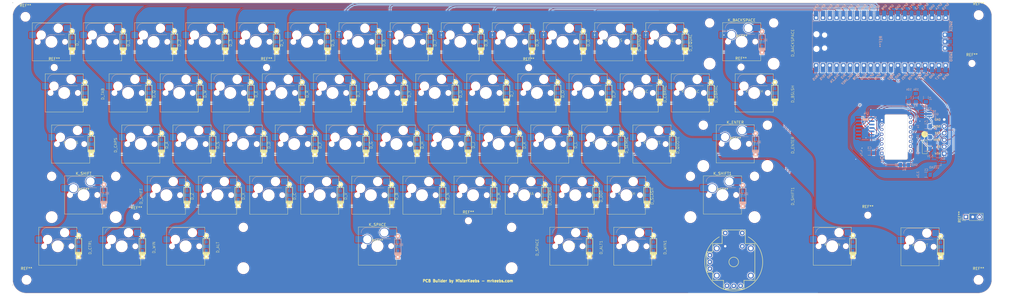
<source format=kicad_pcb>
(kicad_pcb (version 20221018) (generator pcbnew)
  (layers (0 "F.Cu" signal) (31 "B.Cu" signal) (34 "B.Paste" user) (35 "F.Paste" user) (36 "B.SilkS" user "B.Silkscreen") (37 "F.SilkS" user "F.Silkscreen") (38 "B.Mask" user) (39 "F.Mask" user) (44 "Edge.Cuts" user))
  (net 0 "")
  (net 1 "GND")
  (footprint "personal:1u mx hotswap with diode" (layer "F.Cu") (at 149.346457 143.915286)
    (fp_text reference "K_T")
    (fp_text value "KEYSW")
  )
  (footprint "personal:nothing" (layer "F.Cu") (at 226.046457 201.565286 90)
    (fp_text reference "D_SPACE")
    (fp_text value "D")
  )
  (footprint "personal:nothing" (layer "F.Cu") (at 292.721457 144.415286 90)
    (fp_text reference "D_OBRAC")
    (fp_text value "D")
  )
  (footprint "personal:1u mx hotswap with diode" (layer "F.Cu") (at 49.333957 143.915286)
    (fp_text reference "K_TAB")
    (fp_text value "KEYSW")
  )
  (footprint "Switch_Keyboard_Hotswap_Kailh:SW_Hotswap_Kailh_MX_Plated_2.25u" (layer "F.Cu") (at 299.365207 162.965286)
    (fp_text reference "K_ENTER")
    (fp_text value "KEYSW")
  )
  (footprint "personal:1u mx hotswap with diode" (layer "F.Cu") (at 196.971457 124.865286)
    (fp_text reference "K_8")
    (fp_text value "KEYSW")
  )
  (footprint "personal:1u mx hotswap with diode" (layer "F.Cu") (at 63.621457 124.865286)
    (fp_text reference "K_1")
    (fp_text value "KEYSW")
  )
  (footprint "personal:nothing" (layer "F.Cu") (at 149.846457 125.365286 90)
    (fp_text reference "D_5")
    (fp_text value "D")
  )
  (footprint "personal:1u mx hotswap with diode" (layer "F.Cu") (at 192.208957 162.965286)
    (fp_text reference "K_J")
    (fp_text value "KEYSW")
  )
  (footprint "personal:nothing" (layer "F.Cu") (at 192.708957 182.515286 90)
    (fp_text reference "D_N")
    (fp_text value "D")
  )
  (footprint "personal:nothing" (layer "F.Cu") (at 106.983957 163.465286 90)
    (fp_text reference "D_S")
    (fp_text value "D")
  )
  (footprint "personal:nothing" (layer "F.Cu") (at 283.196457 125.365286 90)
    (fp_text reference "D_EQUAL")
    (fp_text value "D")
  )
  (footprint "personal:1u mx hotswap with diode" (layer "F.Cu") (at 168.396457 143.915286)
    (fp_text reference "K_Y")
    (fp_text value "KEYSW")
  )
  (footprint "personal:1u mx hotswap with diode" (layer "F.Cu") (at 237.452707 201.065286)
    (fp_text reference "K_ALT1")
    (fp_text value "KEYSW")
  )
  (footprint "personal:nothing" (layer "F.Cu") (at 59.358957 201.565286 90)
    (fp_text reference "D_CTRL")
    (fp_text value "D")
  )
  (footprint "personal:1u mx hotswap with diode" (layer "F.Cu") (at 239.833957 182.015286)
    (fp_text reference "K_DOT")
    (fp_text value "KEYSW")
  )
  (footprint "personal:1u mx hotswap with diode" (layer "F.Cu") (at 306.508957 143.915286)
    (fp_text reference "K_BSLSH")
    (fp_text value "KEYSW")
  )
  (footprint "personal:nothing" (layer "F.Cu") (at 78.408957 182.515286 90)
    (fp_text reference "D_SHIFT")
    (fp_text value "D")
  )
  (footprint "personal:1u mx hotswap with diode" (layer "F.Cu") (at 230.308957 162.965286)
    (fp_text reference "K_L")
    (fp_text value "KEYSW")
  )
  (footprint "personal:nothing" (layer "F.Cu") (at 197.471457 144.415286 90)
    (fp_text reference "D_U")
    (fp_text value "D")
  )
  (footprint "personal:nothing" (layer "F.Cu") (at 116.508957 182.515286 90)
    (fp_text reference "D_X")
    (fp_text value "D")
  )
  (footprint "Mounting_Keyboard_Stabilizer:Stabilizer_Cherry_MX_2.00u" (layer "F.Cu") (at 301.752792 124.870938)
    (fp_text reference "REF**")
    (fp_text value "Stabilizer_Cherry_MX_2.00u")
  )
  (footprint "personal:nothing" (layer "F.Cu") (at 87.933957 163.465286 90)
    (fp_text reference "D_A")
    (fp_text value "D")
  )
  (footprint "personal:nothing" (layer "F.Cu") (at 235.571457 144.415286 90)
    (fp_text reference "D_O")
    (fp_text value "D")
  )
  (footprint "Mounting_Keyboard_Stabilizer:Stabilizer_Cherry_MX_2.00u" (layer "F.Cu") (at 299.403951 162.989196)
    (fp_text reference "REF**")
    (fp_text value "Stabilizer_Cherry_MX_2.00u")
  )
  (footprint "personal:1u mx hotswap with diode" (layer "F.Cu") (at 235.071457 124.865286)
    (fp_text reference "K_0")
    (fp_text value "KEYSW")
  )
  (footprint "personal:nothing" (layer "F.Cu") (at 245.096457 125.365286 90)
    (fp_text reference "D_0")
    (fp_text value "D")
  )
  (footprint "personal:1u mx hotswap with diode" (layer "F.Cu") (at 335.595754 201.030857)
    (fp_text reference "K_DOWN")
    (fp_text value "KEYSW")
  )
  (footprint "personal:1u mx hotswap with diode" (layer "F.Cu") (at 144.583957 182.015286)
    (fp_text reference "K_V")
    (fp_text value "KEYSW")
  )
  (footprint "personal:nothing" (layer "F.Cu") (at 102.221457 144.415286 90)
    (fp_text reference "D_W")
    (fp_text value "D")
  )
  (footprint "personal:1u mx hotswap with diode" (layer "F.Cu") (at 101.721457 124.865286)
    (fp_text reference "K_3")
    (fp_text value "KEYSW")
  )
  (footprint "personal:1u mx hotswap with diode" (layer "F.Cu") (at 244.596457 143.915286)
    (fp_text reference "K_P")
    (fp_text value "KEYSW")
  )
  (footprint "personal:1u mx hotswap with diode" (layer "F.Cu") (at 94.577707 201.065286)
    (fp_text reference "K_ALT")
    (fp_text value "KEYSW")
  )
  (footprint "personal:1u mx hotswap with diode" (layer "F.Cu") (at 51.715207 162.965286)
    (fp_text reference "K_CAPS")
    (fp_text value "KEYSW")
  )
  (footprint "personal:1u mx hotswap with diode" (layer "F.Cu") (at 120.771457 124.865286)
    (fp_text reference "K_4")
    (fp_text value "KEYSW")
  )
  (footprint "personal:nothing" (layer "F.Cu") (at 64.121457 144.415286 90)
    (fp_text reference "D_TAB")
    (fp_text value "D")
  )
  (footprint "personal:nothing" (layer "F.Cu") (at 221.283957 163.465286 90)
    (fp_text reference "D_K")
    (fp_text value "D")
  )
  (footprint "personal:1u mx hotswap with diode" (layer "F.Cu") (at 135.058957 162.965286)
    (fp_text reference "K_F")
    (fp_text value "KEYSW")
  )
  (footprint "personal:nothing" (layer "F.Cu") (at 121.271457 144.415286 90)
    (fp_text reference "D_E")
    (fp_text value "D")
  )
  (footprint "personal:nothing" (layer "F.Cu") (at 168.896457 125.365286 90)
    (fp_text reference "D_6")
    (fp_text value "D")
  )
  (footprint "personal:nothing" (layer "F.Cu") (at 321.296457 144.415286 90)
    (fp_text reference "D_BSLSH")
    (fp_text value "D")
  )
  (footprint "personal:nothing" (layer "F.Cu") (at 145.083957 163.465286 90)
    (fp_text reference "D_F")
    (fp_text value "D")
  )
  (footprint "personal:nothing" (layer "F.Cu") (at 249.858957 201.565286 90)
    (fp_text reference "D_ALT1")
    (fp_text value "D")
  )
  (footprint "personal:1u mx hotswap with diode" (layer "F.Cu") (at 77.908957 162.965286)
    (fp_text reference "K_A")
    (fp_text value "KEYSW")
  )
  (footprint "personal:nothing" (layer "F.Cu") (at 54.596457 125.365286 90)
    (fp_text reference "D_`")
    (fp_text value "D")
  )
  (footprint "personal:1u mx hotswap with diode" (layer "F.Cu") (at 261.265207 201.065286)
    (fp_text reference "K_WIN1")
    (fp_text value "KEYSW")
  )
  (footprint "personal:nothing" (layer "F.Cu") (at 178.421457 144.415286 90)
    (fp_text reference "D_Y")
    (fp_text value "D")
  )
  (footprint "personal:1u mx hotswap with diode" (layer "F.Cu") (at 201.733957 182.015286)
    (fp_text reference "K_M")
    (fp_text value "KEYSW")
  )
  (footprint "personal:nothing" (layer "F.Cu") (at 264.146457 125.365286 90)
    (fp_text reference "D_MINUS")
    (fp_text value "D")
  )
  (footprint "personal:1u mx hotswap with diode" (layer "F.Cu") (at 182.683957 182.015286)
    (fp_text reference "K_N")
    (fp_text value "KEYSW")
  )
  (footprint "personal:nothing" (layer "F.Cu") (at 73.646457 125.365286 90)
    (fp_text reference "D_1")
    (fp_text value "D")
  )
  (footprint "personal:1u mx hotswap with diode" (layer "F.Cu") (at 173.158957 162.965286)
    (fp_text reference "K_H")
    (fp_text value "KEYSW")
  )
  (footprint "personal:1u mx hotswap with diode" (layer "F.Cu") (at 249.358957 162.965286)
    (fp_text reference "K_SEMIC")
    (fp_text value "KEYSW")
  )
  (footprint "personal:1u mx hotswap with diode" (layer "F.Cu") (at 211.258957 162.965286)
    (fp_text reference "K_K")
    (fp_text value "KEYSW")
  )
  (footprint "MountingHole:MountingHole_2.2mm_M2" (layer "F.Cu") (at 387.588923 132.980274)
    (fp_text reference "REF**")
    (fp_text value "MountingHole_2.2mm_M2")
  )
  (footprint "personal:1u mx hotswap with diode" (layer "F.Cu") (at 92.196457 143.915286)
    (fp_text reference "K_W")
    (fp_text value "KEYSW")
  )
  (footprint "personal:1u mx hotswap with diode" (layer "F.Cu") (at 130.296457 143.915286)
    (fp_text reference "K_R")
    (fp_text value "KEYSW")
  )
  (footprint "personal:nothing" (layer "F.Cu") (at 254.621457 144.415286 90)
    (fp_text reference "D_P")
    (fp_text value "D")
  )
  (footprint "MountingHole:MountingHole_2.2mm_M2" (layer "F.Cu") (at 301.528892 134.345254)
    (fp_text reference "REF**")
    (fp_text value "MountingHole_2.2mm_M2")
  )
  (footprint "personal:nothing" (layer "F.Cu") (at 83.171457 201.565286 90)
    (fp_text reference "D_WIN")
    (fp_text value "D")
  )
  (footprint "personal:1u mx hotswap with diode" (layer "F.Cu") (at 206.496457 143.915286)
    (fp_text reference "K_I")
    (fp_text value "KEYSW")
  )
  (footprint "Switch_Keyboard_Hotswap_Kailh:SW_Hotswap_Kailh_MX_Plated_6.25u" (layer "F.Cu") (at 166.015207 201.065286)
    (fp_text reference "K_SPACE")
    (fp_text value "KEYSW")
  )
  (footprint "PS4_joystick_footprint-main:PS4_joystick" (layer "F.Cu") (at 298.799387 206.988761)
    (fp_text reference "REF**" hide)
    (fp_text value "XDCR_COM-09032" hide)
  )
  (footprint "personal:nothing" (layer "F.Cu") (at 140.321457 144.415286 90)
    (fp_text reference "D_R")
    (fp_text value "D")
  )
  (footprint "personal:nothing" (layer "F.Cu") (at 211.758957 182.515286 90)
    (fp_text reference "D_M")
    (fp_text value "D")
  )
  (footprint "personal:nothing" (layer "F.Cu") (at 92.696457 125.365286 90)
    (fp_text reference "D_2")
    (fp_text value "D")
  )
  (footprint "MountingHole:MountingHole_2.2mm_M2" (layer "F.Cu") (at 348.766216 189.570392)
    (fp_text reference "REF**")
    (fp_text value "MountingHole_2.2mm_M2")
  )
  (footprint "Mounting_Keyboard_Stabilizer:Stabilizer_Cherry_MX_6.25u" (layer "F.Cu") (at 166.019993 201.067573)
    (fp_text reference "REF**")
    (fp_text value "Stabilizer_Cherry_MX_6.25u")
  )
  (footprint "personal:nothing" (layer "F.Cu") (at 135.558957 182.515286 90)
    (fp_text reference "D_C")
    (fp_text value "D")
  )
  (footprint "personal:nothing" (layer "F.Cu") (at 202.233957 163.465286 90)
    (fp_text reference "D_J")
    (fp_text value "D")
  )
  (footprint "personal:1u mx hotswap with diode" (layer "F.Cu") (at 187.446457 143.915286)
    (fp_text reference "K_U")
    (fp_text value "KEYSW")
  )
  (footprint "personal:nothing" (layer "F.Cu") (at 216.521457 144.415286 90)
    (fp_text reference "D_I")
    (fp_text value "D")
  )
  (footprint "Switch_Keyboard_Hotswap_Kailh:SW_Hotswap_Kailh_MX_Plated_2.00u" (layer "F.Cu") (at 301.746457 124.865286)
    (fp_text reference "K_BACKSPACE")
    (fp_text value "KEYSW")
  )
  (footprint "personal:1u mx hotswap with diode" (layer "F.Cu") (at 282.696457 143.915286)
    (fp_text reference "K_OBRAC")
    (fp_text value "KEYSW")
  )
  (footprint "personal:1u mx hotswap with diode" (layer "F.Cu") (at 96.958957 162.965286)
    (fp_text reference "K_S")
    (fp_text value "KEYSW")
  )
  (footprint "MountingHole:MountingHole_2.2mm_M2" (layer "F.Cu") (at 76.182542 190.026689)
    (fp_text reference "REF**")
    (fp_text value "MountingHole_2.2mm_M2")
  )
  (footprint "personal:nothing" (layer "F.Cu") (at 97.458957 182.515286 90)
    (fp_text reference "D_Z")
    (fp_text value "D")
  )
  (footprint "personal:nothing" (layer "F.Cu") (at 321.296457 125.365286 90)
    (fp_text reference "D_BACKSPACE")
    (fp_text value "D")
  )
  (footprint "personal:1u mx hotswap with diode" (layer "F.Cu") (at 263.646457 143.915286)
    (fp_text reference "K_CBRAC")
    (fp_text value "KEYSW")
  )
  (footprint "personal:nothing" (layer "F.Cu") (at 106.983957 201.565286 90)
    (fp_text reference "D_ALT")
    (fp_text value "D")
  )
  (footprint "personal:1u mx hotswap with diode" (layer "F.Cu") (at 268.408957 162.965286)
    (fp_text reference "K_QUOTE")
    (fp_text value "KEYSW")
  )
  (footprint "personal:nothing" (layer "F.Cu") (at 130.796457 125.365286 90)
    (fp_text reference "D_4")
    (fp_text value "D")
  )
  (footprint "personal:1u mx hotswap with diode" (layer "F.Cu") (at 82.671457 124.865286)
    (fp_text reference "K_2")
    (fp_text value "KEYSW")
  )
  (footprint "MountingHole:MountingHole_2.2mm_M2" (layer "F.Cu") (at 199.900537 191.623713)
    (fp_text reference "REF**")
    (fp_text value "MountingHole_2.2mm_M2")
  )
  (footprint "Switch_Keyboard_Hotswap_Kailh:SW_Hotswap_Kailh_MX_Plated_2.75u" (layer "F.Cu") (at 294.602707 182.015286)
    (fp_text reference "K_SHIFT1")
    (fp_text value "KEYSW")
  )
  (footprint "personal:1u mx hotswap with diode" (layer "F.Cu") (at 177.921457 124.865286)
    (fp_text reference "K_7")
    (fp_text value "KEYSW")
  )
  (footprint "personal:nothing" (layer "F.Cu") (at 268.908957 182.515286 90)
    (fp_text reference "D_SLASH")
    (fp_text value "D")
  )
  (footprint "personal:nothing" (layer "F.Cu") (at 273.671457 201.565286 90)
    (fp_text reference "D_WIN1")
    (fp_text value "D")
  )
  (footprint "personal:1u mx hotswap with diode" (layer "F.Cu") (at 258.883957 182.015286)
    (fp_text reference "K_SLASH")
    (fp_text value "KEYSW")
  )
  (footprint "personal:nothing" (layer "F.Cu") (at 164.133957 163.465286 90)
    (fp_text reference "D_G")
    (fp_text value "D")
  )
  (footprint "personal:1u mx hotswap with diode" (layer "F.Cu") (at 44.571457 124.865286)
    (fp_text reference "K_`")
    (fp_text value "KEYSW")
  )
  (footprint "personal:1u mx hotswap with diode" (layer "F.Cu") (at 158.871457 124.865286)
    (fp_text reference "K_6")
    (fp_text value "KEYSW")
  )
  (footprint "personal:1u mx hotswap with diode" (layer "F.Cu") (at 70.765207 201.065286)
    (fp_text reference "K_WIN")
    (fp_text value "KEYSW")
  )
  (footprint "personal:1u mx hotswap with diode" (layer "F.Cu") (at 163.633957 182.015286)
    (fp_text reference "K_B")
    (fp_text value "KEYSW")
  )
  (footprint "personal:nothing" (layer "F.Cu") (at 206.996457 125.365286 90)
    (fp_text reference "D_8")
    (fp_text value "D")
  )
  (footprint "Mounting_Keyboard_Stabilizer:Stabilizer_Cherry_MX_2.00u" (layer "F.Cu") (at 294.615321 182.029503)
    (fp_text reference "REF**")
    (fp_text value "Stabilizer_Cherry_MX_2.00u")
  )
  (footprint "personal:1u mx hotswap with diode" (layer "F.Cu") (at 254.121457 124.865286)
    (fp_text reference "K_MINUS")
    (fp_text value "KEYSW")
  )
  (footprint "personal:nothing" (layer "F.Cu") (at 278.433957 163.465286 90)
    (fp_text reference "D_QUOTE")
    (fp_text value "D")
  )
  (footprint "personal:nothing" (layer "F.Cu") (at 226.046457 125.365286 90)
    (fp_text reference "D_9")
    (fp_text value "D")
  )
  (footprint "MountingHole:MountingHole_3.2mm_M3" (layer "F.Cu") (at 35.197505 213.647023)
    (fp_text reference "REF**")
    (fp_text value "MountingHole_3.2mm_M3")
  )
  (footprint "personal:nothing" (layer "F.Cu") (at 183.183957 163.465286 90)
    (fp_text reference "D_H")
    (fp_text value "D")
  )
  (footprint "MountingHole:MountingHole_3.2mm_M3" (layer "F.Cu") (at 390.04184 213.651931)
    (fp_text reference "REF**")
    (fp_text value "MountingHole_3.2mm_M3")
  )
  (footprint "personal:nothing" (layer "F.Cu") (at 230.808957 182.515286 90)
    (fp_text reference "D_COMMA")
    (fp_text value "D")
  )
  (footprint "personal:1u mx hotswap with diode" (layer "F.Cu") (at 216.021457 124.865286)
    (fp_text reference "K_9")
    (fp_text value "KEYSW")
  )
  (footprint "personal:1u mx hotswap with diode" (layer "F.Cu") (at 225.546457 143.915286)
    (fp_text reference "K_O")
    (fp_text value "KEYSW")
  )
  (footprint "personal:nothing" (layer "F.Cu") (at 126.033957 163.465286 90)
    (fp_text reference "D_D")
    (fp_text value "D")
  )
  (footprint "personal:nothing" (layer "F.Cu") (at 249.858957 182.515286 90)
    (fp_text reference "D_DOT")
    (fp_text value "D")
  )
  (footprint "personal:nothing" (layer "F.Cu") (at 321.296457 163.465286 90)
    (fp_text reference "D_ENTER")
    (fp_text value "D")
  )
  (footprint "personal:1u mx hotswap with diode" (layer "F.Cu") (at 368.318314 201.251179)
    (fp_text reference "K_RIGHT")
    (fp_text value "KEYSW")
  )
  (footprint "personal:1u mx hotswap with diode" (layer "F.Cu") (at 73.146457 143.915286)
    (fp_text reference "K_Q")
    (fp_text value "KEYSW")
  )
  (footprint "personal:1u mx hotswap with diode" (layer "F.Cu") (at 220.783957 182.015286)
    (fp_text reference "K_COMMA")
    (fp_text value "KEYSW")
  )
  (footprint "personal:nothing" (layer "F.Cu") (at 240.333957 163.465286 90)
    (fp_text reference "D_L")
    (fp_text value "D")
  )
  (footprint "personal:nothing" (layer "F.Cu") (at 273.671457 144.415286 90)
    (fp_text reference "D_CBRAC")
    (fp_text value "D")
  )
  (footprint "personal:nothing" (layer "F.Cu") (at 154.608957 182.515286 90)
    (fp_text reference "D_V")
    (fp_text value "D")
  )
  (footprint "Switch_Keyboard_Hotswap_Kailh:SW_Hotswap_Kailh_MX_Plated_2.25u" (layer "F.Cu") (at 56.477707 182.015286)
    (fp_text reference "K_SHIFT")
    (fp_text value "KEYSW")
  )
  (footprint "personal:nothing" (layer "F.Cu") (at 259.383957 163.465286 90)
    (fp_text reference "D_SEMIC")
    (fp_text value "D")
  )
  (footprint "MountingHole:MountingHole_2.2mm_M2" (layer "F.Cu") (at 124.661139 134.494185)
    (fp_text reference "REF**")
    (fp_text value "MountingHole_2.2mm_M2")
  )
  (footprint "personal:1u mx hotswap with diode" (layer "F.Cu") (at 139.821457 124.865286)
    (fp_text reference "K_5")
    (fp_text value "KEYSW")
  )
  (footprint "personal:nothing" (layer "F.Cu") (at 321.296457 182.515286 90)
    (fp_text reference "D_SHIFT1")
    (fp_text value "D")
  )
  (footprint "personal:1u mx hotswap with diode" (layer "F.Cu") (at 116.008957 162.965286)
    (fp_text reference "K_D")
    (fp_text value "KEYSW")
  )
  (footprint "Mounting_Keyboard_Stabilizer:Stabilizer_Cherry_MX_2.00u" (layer "F.Cu") (at 56.507038 182.040285)
    (fp_text reference "REF**")
    (fp_text value "Stabilizer_Cherry_MX_2.00u")
  )
  (footprint "MountingHole:MountingHole_2.2mm_M2" (layer "F.Cu") (at 222.369323 134.551221)
    (fp_text reference "REF**")
    (fp_text value "MountingHole_2.2mm_M2")
  )
  (footprint "Connector_PinHeader_2.54mm:PinHeader_1x06_P2.54mm_Vertical" (layer "F.Cu") (at 377.259135 153.891058)
    (fp_text reference "J1" hide)
    (fp_text value "Conn_01x06_Female")
  )
  (footprint "personal:nothing" (layer "F.Cu") (at 187.946457 125.365286 90)
    (fp_text reference "D_7")
    (fp_text value "D")
  )
  (footprint "personal:nothing" (layer "F.Cu") (at 111.746457 125.365286 90)
    (fp_text reference "D_3")
    (fp_text value "D")
  )
  (footprint "MountingHole:MountingHole_3.2mm_M3" (layer "F.Cu") (at 390.101884 114.949538)
    (fp_text reference "REF**")
    (fp_text value "MountingHole_3.2mm_M3")
  )
  (footprint "personal:1u mx hotswap with diode" (layer "F.Cu") (at 125.533957 182.015286)
    (fp_text reference "K_C")
    (fp_text value "KEYSW")
  )
  (footprint "personal:nothing" (layer "F.Cu") (at 68.883957 163.465286 90)
    (fp_text reference "D_CAPS")
    (fp_text value "D")
  )
  (footprint "MountingHole:MountingHole_2.2mm_M2" (layer "F.Cu") (at 45.525859 134.499789)
    (fp_text reference "REF**")
    (fp_text value "MountingHole_2.2mm_M2")
  )
  (footprint "personal:1u mx hotswap with diode" (layer "F.Cu") (at 273.171457 124.865286)
    (fp_text reference "K_EQUAL")
    (fp_text value "KEYSW")
  )
  (footprint "personal:1u mx hotswap with diode" (layer "F.Cu") (at 154.108957 162.965286)
    (fp_text reference "K_G")
    (fp_text value "KEYSW")
  )
  (footprint "personal:nothing" (layer "F.Cu") (at 83.171457 144.415286 90)
    (fp_text reference "D_Q")
    (fp_text value "D")
  )
  (footprint "personal:nothing" (layer "F.Cu") (at 173.658957 182.515286 90)
    (fp_text reference "D_B")
    (fp_text value "D")
  )
  (footprint "MountingHole:MountingHole_3.2mm_M3" (layer "F.Cu") (at 34.790448 115.609537)
    (fp_text reference "REF**")
    (fp_text value "MountingHole_3.2mm_M3")
  )
  (footprint "personal:1u mx hotswap with diode" (layer "F.Cu") (at 106.483957 182.015286)
    (fp_text reference "K_X")
    (fp_text value "KEYSW")
  )
  (footprint "personal:1u mx hotswap with diode" (layer "F.Cu") (at 111.246457 143.915286)
    (fp_text reference "K_E")
    (fp_text value "KEYSW")
  )
  (footprint "Connector_PinHeader_2.54mm:PinHeader_1x03_P2.54mm_Vertical" (layer "F.Cu") (at 385.337405 190.19773 90)
    (fp_text reference "REF**")
    (fp_text value "PinHeader_1x03_P2.54mm_Vertical" hide)
  )
  (footprint "personal:1u mx hotswap with diode" (layer "F.Cu") (at 87.433957 182.015286)
    (fp_text reference "K_Z")
    (fp_text value "KEYSW")
  )
  (footprint "personal:nothing" (layer "F.Cu") (at 159.371457 144.415286 90)
    (fp_text reference "D_T")
    (fp_text value "D")
  )
  (footprint "personal:1u mx hotswap with diode" (layer "F.Cu") (at 46.952707 201.065286)
    (fp_text reference "K_CTRL")
    (fp_text value "KEYSW")
  )
  (footprint "Resistor_SMD:R_1206_3216Metric_Pad1.42x1.75mm_HandSolder" (layer "B.Cu") (at 370.494135 160.485058)
    (fp_text reference "R1")
    (fp_text value "10k")
  )
  (footprint "personal:diode tht smd" (layer "B.Cu") (at 302.089775 182.218943 180)
    (fp_text reference "REF**")
    (fp_text value "diode tht smd")
  )
  (footprint "MCU_RaspberryPi_and_Boards:RPi_Pico_SMD_TH" (layer "B.Cu") (at 353.640668 124.836181 -90)
    (fp_text reference "REF**")
    (fp_text value "RPi_Pico_SMD_TH")
  )
  (footprint "Capacitor_SMD:C_1206_3216Metric_Pad1.42x1.75mm_HandSolder" (layer "B.Cu") (at 370.494135 156.421058 180)
    (fp_text reference "C4")
    (fp_text value "1uF")
  )
  (footprint "Package_TO_SOT_SMD:TSOT-23_HandSoldering" (layer "B.Cu") (at 375.134135 169.641058)
    (fp_text reference "U1")
    (fp_text value "XC6206P332MR")
  )
  (footprint "personal:diode tht smd" (layer "B.Cu") (at 309.288582 124.910433 180)
    (fp_text reference "REF**")
    (fp_text value "diode tht smd")
  )
  (footprint "Resistor_SMD:R_1206_3216Metric_Pad1.42x1.75mm_HandSolder" (layer "B.Cu") (at 363.984135 145.741058 90)
    (fp_text reference "R2")
    (fp_text value "10k")
  )
  (footprint "personal:diode tht smd" (layer "B.Cu") (at 173.540466 201.150016 180)
    (fp_text reference "REF**")
    (fp_text value "diode tht smd")
  )
  (footprint "personal:diode tht smd" (layer "B.Cu") (at 63.941271 181.984414 180)
    (fp_text reference "REF**")
    (fp_text value "diode tht smd")
  )
  (footprint "Capacitor_SMD:C_1206_3216Metric_Pad1.42x1.75mm_HandSolder" (layer "B.Cu") (at 370.434135 145.791058 90)
    (fp_text reference "C5")
    (fp_text value "1uF")
  )
  (footprint "local:AP7331" (layer "B.Cu") (at 370.434135 151.791058 180)
    (fp_text reference "IC1")
    (fp_text value "AP7335-WG-7" hide)
  )
  (footprint "Capacitor_SMD:C_1206_3216Metric_Pad1.42x1.75mm_HandSolder" (layer "B.Cu") (at 370.494135 174.455058 180)
    (fp_text reference "C1")
    (fp_text value "2.2uF")
  )
  (footprint "Resistor_SMD:R_1206_3216Metric_Pad1.42x1.75mm_HandSolder" (layer "B.Cu") (at 362.384135 170.841058)
    (fp_text reference "R4")
    (fp_text value "39")
  )
  (footprint "Capacitor_SMD:C_1206_3216Metric_Pad1.42x1.75mm_HandSolder" (layer "B.Cu") (at 370.494135 164.803058 180)
    (fp_text reference "C2")
    (fp_text value "10uF")
  )
  (footprint "local:DIP-16_W10.16mm" (layer "B.Cu") (at 355.095135 168.029058)
    (fp_text reference "U2" hide)
    (fp_text value "PMW3360DM-T2QU")
  )
  (footprint "Capacitor_SMD:C_1206_3216Metric_Pad1.42x1.75mm_HandSolder" (layer "B.Cu") (at 349.412135 166.327058 180)
    (fp_text reference "C3")
    (fp_text value "4.7uF")
  )
  (footprint "personal:diode tht smd" (layer "B.Cu") (at 306.874605 162.910392 180)
    (fp_text reference "REF**")
    (fp_text value "diode tht smd")
  )
  (footprint "Resistor_SMD:R_1206_3216Metric_Pad1.42x1.75mm_HandSolder" (layer "B.Cu") (at 366.634135 145.741058 -90)
    (fp_text reference "R3")
    (fp_text value "15k")
  )
  (footprint "local:SOIC127P600X175-14N" (layer "B.Cu") (at 347.784135 157.041058 180)
    (fp_text reference "U4")
    (fp_text value "TXS0104EDR")
  )
  (gr_rect (start 346.834135 153.491058) (end 348.934135 154.291058) (stroke (width 0.12)) (fill solid) (layer "B.SilkS"))
  (gr_circle (center 354.024135 168.171058) (end 354.545671 168.171058) (stroke (width 0.3)) (fill none) (layer "B.SilkS"))
  (gr_rect (start 369.084135 161.741058) (end 370.934135 166.591058) (stroke (width 0.12)) (fill none) (layer "F.SilkS"))
  (gr_circle (center 369.934135 159.391058) (end 371.067713 159.391058) (stroke (width 0.12)) (fill solid) (layer "F.SilkS"))
  (gr_arc (start 30.046457 110.340286) (mid 30.046457 110.340286) (end 30.046457 110.340286) (stroke (width 0.2)) (layer "Edge.Cuts"))
  (gr_line (start 30.046457 213.599528) (end 30.046457 115.340286) (stroke (width 0.1)) (layer "Edge.Cuts"))
  (gr_line (start 355.096135 168.279059) (end 355.096135 152.529059) (stroke (width 0.1)) (layer "Edge.Cuts"))
  (gr_line (start 363.596135 152.529059) (end 363.596135 168.279059) (stroke (width 0.1)) (layer "Edge.Cuts"))
  (gr_arc (start 389.981438 110.340286) (mid 393.516952 111.804765) (end 394.981438 115.340286) (stroke (width 0.1)) (layer "Edge.Cuts"))
  (gr_arc (start 355.596135 168.779059) (mid 355.242568 168.632623) (end 355.096135 168.279059) (stroke (width 0.1)) (layer "Edge.Cuts"))
  (gr_arc (start 363.096135 152.029059) (mid 363.449675 152.175516) (end 363.596135 152.529059) (stroke (width 0.1)) (layer "Edge.Cuts"))
  (gr_line (start 394.981438 115.340286) (end 394.981438 213.599528) (stroke (width 0.1)) (layer "Edge.Cuts"))
  (gr_arc (start 363.596135 168.279059) (mid 363.449669 168.632609) (end 363.096135 168.779059) (stroke (width 0.1)) (layer "Edge.Cuts"))
  (gr_line (start 35.046457 110.340286) (end 389.981438 110.340286) (stroke (width 0.1)) (layer "Edge.Cuts"))
  (gr_arc (start 30.046457 215.590286) (mid 30.046457 215.590286) (end 30.046457 215.590286) (stroke (width 0.2)) (layer "Edge.Cuts"))
  (gr_line (start 355.596135 168.779059) (end 363.096135 168.779059) (stroke (width 0.1)) (layer "Edge.Cuts"))
  (gr_line (start 389.981438 218.599528) (end 35.046457 218.599528) (stroke (width 0.1)) (layer "Edge.Cuts"))
  (gr_arc (start 35.046457 218.599528) (mid 31.510923 217.135062) (end 30.046457 213.599528) (stroke (width 0.1)) (layer "Edge.Cuts"))
  (gr_arc (start 30.046457 115.340286) (mid 31.510923 111.804752) (end 35.046457 110.340286) (stroke (width 0.1)) (layer "Edge.Cuts"))
  (gr_line (start 355.596135 152.029059) (end 363.096135 152.029059) (stroke (width 0.1)) (layer "Edge.Cuts"))
  (gr_arc (start 394.981438 213.599528) (mid 393.516964 217.135057) (end 389.981438 218.599528) (stroke (width 0.1)) (layer "Edge.Cuts"))
  (gr_arc (start 355.096135 152.529059) (mid 355.242562 152.175502) (end 355.596135 152.029059) (stroke (width 0.1)) (layer "Edge.Cuts"))
  (gr_text "5V" (at 373.534135 150.841058) (layer "B.SilkS") (effects (font (size 0.75 0.75) (thickness 0.1)) (justify mirror)))
  (gr_text "39" (at 359.434135 170.741058 90) (layer "B.SilkS") (effects (font (size 0.75 0.75) (thickness 0.1)) (justify mirror)))
  (gr_text "GND" (at 372.784135 171.741058) (layer "B.SilkS") (effects (font (size 0.75 0.75) (thickness 0.1)) (justify mirror)))
  (gr_text "MOSI" (at 374.562135 161.481058) (layer "B.SilkS") (effects (font (size 0.75 0.75) (thickness 0.1)) (justify mirror)))
  (gr_text "5V" (at 376.984135 168.591058) (layer "B.SilkS") (effects (font (size 0.75 0.75) (thickness 0.1)) (justify mirror)))
  (gr_text "GND" (at 374.776421 153.921058) (layer "B.SilkS") (effects (font (size 0.75 0.75) (thickness 0.1)) (justify mirror)))
  (gr_text "+5V" (at 374.776421 166.521058) (layer "B.SilkS") (effects (font (size 0.75 0.75) (thickness 0.1)) (justify mirror)))
  (gr_text "SCK" (at 374.812135 158.961058) (layer "B.SilkS") (effects (font (size 0.75 0.75) (thickness 0.1)) (justify mirror)))
  (gr_text "EN" (at 373.534135 152.941058) (layer "B.SilkS") (effects (font (size 0.75 0.75) (thickness 0.1)) (justify mirror)))
  (gr_text "10k" (at 367.384135 160.521058 90) (layer "B.SilkS") (effects (font (size 0.75 0.75) (thickness 0.1)) (justify mirror)))
  (gr_text "4.7u" (at 346.334135 166.341058 90) (layer "B.SilkS") (effects (font (size 0.75 0.75) (thickness 0.1)) (justify mirror)))
  (gr_text "GND" (at 366.204135 170.751058) (layer "B.SilkS") (effects (font (size 0.75 0.75) (thickness 0.1)) (justify mirror)))
  (gr_text "2V" (at 367.209135 150.841058) (layer "B.SilkS") (effects (font (size 0.75 0.75) (thickness 0.1)) (justify mirror)))
  (gr_text "MISO" (at 374.562135 156.441058) (layer "B.SilkS") (effects (font (size 0.75 0.75) (thickness 0.1)) (justify mirror)))
  (gr_text "SS" (at 375.204992 164.001058) (layer "B.SilkS") (effects (font (size 0.75 0.75) (thickness 0.1)) (justify mirror)))
  (gr_text "10u" (at 367.384135 164.891058 90) (layer "B.SilkS") (effects (font (size 0.75 0.75) (thickness 0.1)) (justify mirror)))
  (gr_text "15k" (at 366.734135 142.691058) (layer "B.SilkS") (effects (font (size 0.75 0.75) (thickness 0.1)) (justify mirror)))
  (gr_text "GND" (at 373.998421 151.891058) (layer "B.SilkS") (effects (font (size 0.75 0.75) (thickness 0.1)) (justify mirror)))
  (gr_text "ADJ" (at 366.984135 152.741058) (layer "B.SilkS") (effects (font (size 0.75 0.75) (thickness 0.1)) (justify mirror)))
  (gr_text "3.3V" (at 372.084135 167.541058) (layer "B.SilkS") (effects (font (size 0.75 0.75) (thickness 0.1)) (justify mirror)))
  (gr_text "1u" (at 372.184135 146.041058 270) (layer "B.SilkS") (effects (font (size 0.75 0.75) (thickness 0.1)) (justify mirror)))
  (gr_text "2.2u" (at 367.484135 174.441058 90) (layer "B.SilkS") (effects (font (size 0.75 0.75) (thickness 0.1)) (justify mirror)))
  (gr_text "10k" (at 364.084135 142.691058) (layer "B.SilkS") (effects (font (size 0.75 0.75) (thickness 0.1)) (justify mirror)))
  (gr_text "1u" (at 367.384135 156.471058 90) (layer "B.SilkS") (effects (font (size 0.75 0.75) (thickness 0.1)) (justify mirror)))
  (gr_text "MISO" (at 374.584135 156.441058) (layer "F.SilkS") (effects (font (size 0.75 0.75) (thickness 0.1))))
  (gr_text "GND" (at 374.798421 153.921058) (layer "F.SilkS") (effects (font (size 0.75 0.75) (thickness 0.1))))
  (gr_text "PCB Builder by MisterKeebs - mrkeebs.com" (at 216.710003 214.022717) (layer "F.SilkS") (effects (font (size 1 1) (thickness 0.3)) (justify right)))
  (gr_text "SS" (at 375.226992 164.001058) (layer "F.SilkS") (effects (font (size 0.75 0.75) (thickness 0.1))))
  (gr_text "+5V" (at 374.798421 166.521058) (layer "F.SilkS") (effects (font (size 0.75 0.75) (thickness 0.1))))
  (gr_text "SCK" (at 374.834135 158.961058) (layer "F.SilkS") (effects (font (size 0.75 0.75) (thickness 0.1))))
  (gr_text "MOSI" (at 374.584135 161.481058) (layer "F.SilkS") (effects (font (size 0.75 0.75) (thickness 0.1))))
  (segment (start 328.841627 115.27714) (end 329.510668 115.946181) (width 0.2) (layer "F.Cu") (net 0))
  (segment (start 351.051876 169.672386) (end 352.049061 170.669575) (width 0.25) (layer "F.Cu") (net 0))
  (segment (start 350.174135 160.902104) (end 350.174135 160.925995) (width 0.25) (layer "F.Cu") (net 0))
  (segment (start 350.174135 164.291842) (end 350.174135 164.399627) (width 0.25) (layer "F.Cu") (net 0))
  (segment (start 329.510668 136.491923) (end 329.510668 133.726181) (width 0.25) (layer "F.Cu") (net 0))
  (segment (start 366.480326 136.997337) (end 366.360269 136.997337) (width 0.2) (layer "F.Cu") (net 0))
  (segment (start 377.291018 156.399175) (end 377.259135 156.431058) (width 0.25) (layer "F.Cu") (net 0))
  (segment (start 351.741941 111.052931) (end 352.077775 111.388765) (width 0.25) (layer "F.Cu") (net 0))
  (segment (start 349.997358 158.654281) (end 347.832663 156.489586) (width 0.25) (layer "F.Cu") (net 0))
  (segment (start 350.174135 167.116567) (end 350.174135 167.140962) (width 0.25) (layer "F.Cu") (net 0))
  (segment (start 366.240212 136.997337) (end 366.120155 136.997337) (width 0.2) (layer "F.Cu") (net 0))
  (segment (start 311.570137 165.405926) (end 316.467458 160.508605) (width 0.2) (layer "F.Cu") (net 0))
  (segment (start 348.742553 111.144249) (end 171.948413 111.144249) (width 0.2) (layer "F.Cu") (net 0))
  (segment (start 365.070668 134.411778) (end 365.070668 133.726181) (width 0.25) (layer "F.Cu") (net 0))
  (segment (start 354.381955 138.538934) (end 354.311976 138.608914) (width 0.25) (layer "F.Cu") (net 0))
  (segment (start 348.284135 156.041058) (end 353.665343 150.659849) (width 0.25) (layer "F.Cu") (net 0))
  (segment (start 373.933125 157.244205) (end 373.933125 157.183058) (width 0.25) (layer "F.Cu") (net 0))
  (segment (start 350.174135 167.043385) (end 350.174135 167.006793) (width 0.25) (layer "F.Cu") (net 0))
  (segment (start 390.417405 160.71101) (end 390.417405 190.19773) (width 0.25) (layer "F.Cu") (net 0))
  (segment (start 308.034603 166.870392) (end 306.952357 166.870392) (width 0.2) (layer "F.Cu") (net 0))
  (segment (start 155.162165 112.31089) (end 153.160923 114.312133) (width 0.25) (layer "F.Cu") (net 0))
  (segment (start 375.908635 162.700558) (end 377.259135 164.051058) (width 0.25) (layer "F.Cu") (net 0))
  (segment (start 350.174135 166.811639) (end 350.174135 166.909216) (width 0.25) (layer "F.Cu") (net 0))
  (segment (start 314.118957 147.795286) (end 56.943957 147.795286) (width 0.2) (layer "F.Cu") (net 0))
  (segment (start 350.174135 166.653077) (end 350.174135 166.677471) (width 0.25) (layer "F.Cu") (net 0))
  (segment (start 365.689635 159.284558) (end 364.695135 160.279058) (width 0.25) (layer "F.Cu") (net 0))
  (segment (start 350.174135 160.687883) (end 350.174135 160.878213) (width 0.25) (layer "F.Cu") (net 0))
  (segment (start 350.174135 159.678502) (end 350.174135 159.733614) (width 0.25) (layer "F.Cu") (net 0))
  (segment (start 306.891746 166.845286) (end 59.325207 166.845286) (width 0.2) (layer "F.Cu") (net 0))
  (segment (start 386.74122 151.835914) (end 372.592426 137.68712) (width 0.25) (layer "F.Cu") (net 0))
  (segment (start 366.684135 152.747083) (end 366.684135 156.883622) (width 0.25) (layer "F.Cu") (net 0))
  (segment (start 318.616846 136.249936) (end 318.616846 171.639881) (width 0.2) (layer "F.Cu") (net 0))
  (segment (start 350.174135 160.038725) (end 350.174135 160.123388) (width 0.25) (layer "F.Cu") (net 0))
  (segment (start 315.80911 146.105133) (end 314.118957 147.795286) (width 0.2) (layer "F.Cu") (net 0))
  (segment (start 320.90837 132.760978) (end 322.812902 130.856446) (width 0.2) (layer "F.Cu") (net 0))
  (segment (start 368.531163 136.997337) (end 366.960554 136.997337) (width 0.2) (layer "F.Cu") (net 0))
  (segment (start 360.176252 139.475781) (end 366.977138 139.475781) (width 0.25) (layer "F.Cu") (net 0))
  (segment (start 271.220163 113.346446) (end 331.614193 113.346446) (width 0.25) (layer "F.Cu") (net 0))
  (segment (start 382.776289 160.768873) (end 382.776289 154.178299) (width 0.25) (layer "F.Cu") (net 0))
  (segment (start 350.174135 166.909216) (end 350.174135 167.006793) (width 0.25) (layer "F.Cu") (net 0))
  (segment (start 349.524487 112.137829) (end 349.524487 115.225786) (width 0.2) (layer "F.Cu") (net 0))
  (segment (start 309.134942 128.745286) (end 52.181457 128.745286) (width 0.2) (layer "F.Cu") (net 0))
  (segment (start 332.028385 115.908141) (end 332.028385 113.760589) (width 0.25) (layer "F.Cu") (net 0))
  (segment (start 311.469468 218.239288) (end 310.990907 218.239288) (width 0.2) (layer "F.Cu") (net 0))
  (segment (start 337.096453 115.911966) (end 337.130668 115.946181) (width 0.2) (layer "F.Cu") (net 0))
  (segment (start 379.266103 157.795403) (end 380.67413 157.795403) (width 0.25) (layer "F.Cu") (net 0))
  (segment (start 350.174135 159.393558) (end 350.174135 159.518558) (width 0.25) (layer "F.Cu") (net 0))
  (segment (start 372.277928 150.659849) (end 372.964342 151.346263) (width 0.25) (layer "F.Cu") (net 0))
  (segment (start 377.846962 158.38323) (end 377.259135 158.971058) (width 0.25) (layer "F.Cu") (net 0))
  (segment (start 366.137569 135.892893) (end 365.363561 135.118885) (width 0.25) (layer "F.Cu") (net 0))
  (segment (start 346.984135 154.441058) (end 346.984135 153.241058) (width 0.25) (layer "F.Cu") (net 0))
  (segment (start 350.174135 159.954062) (end 350.174135 160.038725) (width 0.25) (layer "F.Cu") (net 0))
  (segment (start 350.174135 165.608186) (end 350.174135 165.892788) (width 0.25) (layer "F.Cu") (net 0))
  (segment (start 350.174135 159.518558) (end 350.174135 159.643558) (width 0.25) (layer "F.Cu") (net 0))
  (segment (start 372.260331 164.560861) (end 367.298928 169.522264) (width 0.25) (layer "F.Cu") (net 0))
  (segment (start 356.116321 150.579058) (end 364.516109 150.579058) (width 0.25) (layer "F.Cu") (net 0))
  (segment (start 380.656476 150.307595) (end 370.411628 140.062747) (width 0.25) (layer "F.Cu") (net 0))
  (segment (start 191.260923 114.095813) (end 192.522978 112.833757) (width 0.25) (layer "F.Cu") (net 0))
  (segment (start 332.039526 115.935039) (end 332.050668 115.946181) (width 0.25) (layer "F.Cu") (net 0))
  (segment (start 357.513099 149.066057) (end 368.430172 149.066057) (width 0.25) (layer "F.Cu") (net 0))
  (segment (start 373.854124 157.434931) (end 373.854124 160.932083) (width 0.25) (layer "F.Cu") (net 0))
  (segment (start 373.59915 129.554663) (end 377.770668 133.726181) (width 0.2) (layer "F.Cu") (net 0))
  (segment (start 350.174135 159.268558) (end 350.174135 159.221683) (width 0.25) (layer "F.Cu") (net 0))
  (segment (start 312.176575 217.946395) (end 316.164787 213.958183) (width 0.2) (layer "F.Cu") (net 0))
  (segment (start 331.471115 216.645495) (end 343.205754 204.910857) (width 0.2) (layer "F.Cu") (net 0))
  (segment (start 374.558135 159.440162) (end 374.558135 155.194019) (width 0.25) (layer "F.Cu") (net 0))
  (segment (start 367.446135 167.28027) (end 367.446135 166.327058) (width 0.25) (layer "F.Cu") (net 0))
  (segment (start 368.616572 148.616046) (end 356.46311 148.616046) (width 0.25) (layer "F.Cu") (net 0))
  (segment (start 366.600383 136.997337) (end 366.72044 136.997337) (width 0.2) (layer "F.Cu") (net 0))
  (segment (start 159.009921 110.717098) (end 350.931167 110.717098) (width 0.25) (layer "F.Cu") (net 0))
  (segment (start 310.519308 127.857187) (end 320.373792 118.002703) (width 0.2) (layer "F.Cu") (net 0))
  (segment (start 366.811135 165.152021) (end 366.811135 167.297429) (width 0.25) (layer "F.Cu") (net 0))
  (segment (start 369.387293 140.887617) (end 368.681375 140.181699) (width 0.25) (layer "F.Cu") (net 0))
  (segment (start 309.076663 218.239288) (end 308.119541 218.239288) (width 0.2) (layer "F.Cu") (net 0))
  (segment (start 339.301656 112.523327) (end 339.377775 112.599446) (width 0.25) (layer "F.Cu") (net 0))
  (segment (start 309.555224 218.239288) (end 309.076663 218.239288) (width 0.2) (layer "F.Cu") (net 0))
  (segment (start 350.174135 166.714062) (end 350.174135 166.677471) (width 0.25) (layer "F.Cu") (net 0))
  (segment (start 350.174135 161.152219) (end 350.174135 160.925995) (width 0.25) (layer "F.Cu") (net 0))
  (segment (start 373.70799 117.468859) (end 375.230668 115.946181) (width 0.2) (layer "F.Cu") (net 0))
  (segment (start 229.360923 114.283963) (end 230.2793 113.365586) (width 0.25) (layer "F.Cu") (net 0))
  (segment (start 64.401637 186.178943) (end 302.149775 186.178943) (width 0.2) (layer "F.Cu") (net 0))
  (segment (start 341.500011 112.422857) (end 341.917775 112.840621) (width 0.2) (layer "F.Cu") (net 0))
  (segment (start 352.846635 160.537558) (end 353.995135 159.389058) (width 0.25) (layer "F.Cu") (net 0))
  (segment (start 350.174135 165.892788) (end 350.174135 166.17739) (width 0.25) (layer "F.Cu") (net 0))
  (segment (start 350.174135 163.137177) (end 350.174135 163.204131) (width 0.25) (layer "F.Cu") (net 0))
  (segment (start 350.174135 165.244304) (end 350.174135 165.581759) (width 0.25) (layer "F.Cu") (net 0))
  (segment (start 375.818153 205.021018) (end 375.928314 205.131179) (width 0.2) (layer "F.Cu") (net 0))
  (segment (start 366.360269 136.997337) (end 366.240212 136.997337) (width 0.2) (layer "F.Cu") (net 0))
  (segment (start 362.530668 134.989361) (end 362.530668 133.726181) (width 0.25) (layer "F.Cu") (net 0))
  (segment (start 309.555224 218.239288) (end 310.033785 218.239288) (width 0.2) (layer "F.Cu") (net 0))
  (segment (start 329.803561 137.19903) (end 330.068025 137.463494) (width 0.25) (layer "F.Cu") (net 0))
  (segment (start 318.738042 120.950039) (end 321.05086 118.637221) (width 0.2) (layer "F.Cu") (net 0))
  (segment (start 344.750668 112.719625) (end 344.750668 115.946181) (width 0.25) (layer "F.Cu") (net 0))
  (segment (start 350.174135 167.116567) (end 350.174135 167.092173) (width 0.25) (layer "F.Cu") (net 0))
  (segment (start 210.356324 112.050494) (end 210.310923 112.095895) (width 0.2) (layer "F.Cu") (net 0))
  (segment (start 350.174135 165.608186) (end 350.174135 165.581759) (width 0.25) (layer "F.Cu") (net 0))
  (segment (start 364.538644 136.997337) (end 366.240212 136.997337) (width 0.25) (layer "F.Cu") (net 0))
  (segment (start 350.174135 159.268558) (end 350.174135 159.393558) (width 0.25) (layer "F.Cu") (net 0))
  (segment (start 342.210668 113.547728) (end 342.210668 115.946181) (width 0.2) (layer "F.Cu") (net 0))
  (segment (start 363.451172 171.116057) (end 353.126961 171.116057) (width 0.25) (layer "F.Cu") (net 0))
  (segment (start 375.665414 118.051435) (end 377.770668 115.946181) (width 0.2) (layer "F.Cu") (net 0))
  (segment (start 308.119541 218.239288) (end 284.240277 218.239288) (width 0.2) (layer "F.Cu") (net 0))
  (segment (start 350.174135 164.507412) (end 350.174135 165.244304) (width 0.25) (layer "F.Cu") (net 0))
  (segment (start 354.196899 169.553822) (end 353.201517 169.553822) (width 0.25) (layer "F.Cu") (net 0))
  (segment (start 377.259135 166.591058) (end 375.447916 164.779839) (width 0.25) (layer "F.Cu") (net 0))
  (segment (start 379.783836 153.538123) (end 379.783836 155.583325) (width 0.25) (layer "F.Cu") (net 0))
  (segment (start 350.174135 167.043385) (end 350.174135 167.067779) (width 0.25) (layer "F.Cu") (net 0))
  (segment (start 352.615354 150.209838) (end 347.684135 155.141058) (width 0.25) (layer "F.Cu") (net 0))
  (segment (start 370.384135 157.071094) (end 370.384135 149.691058) (width 0.25) (layer "F.Cu") (net 0))
  (segment (start 363.293488 170.666046) (end 353.377594 170.666046) (width 0.25) (layer "F.Cu") (net 0))
  (segment (start 323.298924 129.911004) (end 371.001277 129.911004) (width 0.2) (layer "F.Cu") (net 0))
  (segment (start 374.958307 118.344328) (end 321.757967 118.344328) (width 0.2) (layer "F.Cu") (net 0))
  (segment (start 382.250269 156.426532) (end 382.250269 154.155351) (width 0.25) (layer "F.Cu") (net 0))
  (segment (start 366.772112 168.907504) (end 366.229852 169.449763) (width 0.25) (layer "F.Cu") (net 0))
  (segment (start 350.174135 160.283332) (end 350.174135 160.687883) (width 0.25) (layer "F.Cu") (net 0))
  (segment (start 350.174135 164.399627) (end 350.174135 164.507412) (width 0.25) (layer "F.Cu") (net 0))
  (segment (start 373.854124 157.434931) (end 373.854124 160.713105) (width 0.25) (layer "F.Cu") (net 0))
  (segment (start 350.174135 161.580547) (end 350.174135 162.008875) (width 0.25) (layer "F.Cu") (net 0))
  (segment (start 350.174135 160.123388) (end 350.174135 160.283332) (width 0.25) (layer "F.Cu") (net 0))
  (segment (start 189.796457 122.395286) (end 189.796457 117.631347) (width 0.25) (layer "F.Cu") (net 0))
  (segment (start 151.696457 122.395286) (end 151.696457 117.847667) (width 0.25) (layer "F.Cu") (net 0))
  (segment (start 366.600383 136.997337) (end 366.480326 136.997337) (width 0.2) (layer "F.Cu") (net 0))
  (segment (start 267.460923 115.034618) (end 267.684629 114.810912) (width 0.25) (layer "F.Cu") (net 0))
  (segment (start 353.100635 162.063558) (end 353.995135 161.169058) (width 0.25) (layer "F.Cu") (net 0))
  (segment (start 366.360269 136.997337) (end 366.240212 136.997337) (width 0.2) (layer "F.Cu") (net 0))
  (segment (start 323.520009 130.563553) (end 366.573826 130.563553) (width 0.2) (layer "F.Cu") (net 0))
  (segment (start 321.302453 117.761752) (end 373.000883 117.761752) (width 0.2) (layer "F.Cu") (net 0))
  (segment (start 350.174135 162.008875) (end 350.174135 163.070223) (width 0.25) (layer "F.Cu") (net 0))
  (segment (start 319.443904 136.296512) (end 319.443904 173.029193) (width 0.2) (layer "F.Cu") (net 0))
  (segment (start 350.174135 159.733614) (end 350.174135 159.788726) (width 0.25) (layer "F.Cu") (net 0))
  (segment (start 321.302453 117.761752) (end 321.30087 117.761752) (width 0.2) (layer "F.Cu") (net 0))
  (segment (start 317.931924 156.973071) (end 317.931924 136.127302) (width 0.2) (layer "F.Cu") (net 0))
  (segment (start 350.174135 166.421332) (end 350.174135 166.407103) (width 0.25) (layer "F.Cu") (net 0))
  (segment (start 350.174135 167.140962) (end 350.174135 167.15316) (width 0.25) (layer "F.Cu") (net 0))
  (segment (start 308.119541 218.239288) (end 309.076663 218.239288) (width 0.2) (layer "F.Cu") (net 0))
  (segment (start 350.174135 159.159183) (end 350.174135 159.190433) (width 0.25) (layer "F.Cu") (net 0))
  (segment (start 366.844676 136.185786) (end 368.967884 136.185786) (width 0.25) (layer "F.Cu") (net 0))
  (segment (start 232.496458 112.447209) (end 339.11789 112.447209) (width 0.25) (layer "F.Cu") (net 0))
  (segment (start 304.077784 186.178943) (end 302.149775 186.178943) (width 0.2) (layer "F.Cu") (net 0))
  (segment (start 350.174135 159.788726) (end 350.174135 159.954062) (width 0.25) (layer "F.Cu") (net 0))
  (segment (start 336.370898 112.908788) (end 248.161252 112.908788) (width 0.2) (layer "F.Cu") (net 0))
  (segment (start 350.174135 159.678502) (end 350.174135 159.643558) (width 0.25) (layer "F.Cu") (net 0))
  (segment (start 322.591817 130.203897) (end 320.081312 132.714402) (width 0.2) (layer "F.Cu") (net 0))
  (segment (start 350.174135 166.232279) (end 350.174135 166.407103) (width 0.25) (layer "F.Cu") (net 0))
  (segment (start 377.259135 161.511058) (end 376.13364 160.385563) (width 0.25) (layer "F.Cu") (net 0))
  (segment (start 371.510051 139.350179) (end 380.257658 148.097786) (width 0.25) (layer "F.Cu") (net 0))
  (segment (start 337.062239 113.8493) (end 337.062239 115.829365) (width 0.2) (layer "F.Cu") (net 0))
  (segment (start 170.746457 112.383873) (end 170.746457 122.395286) (width 0.2) (layer "F.Cu") (net 0))
  (segment (start 340.491439 112.005093) (end 210.465931 112.005093) (width 0.2) (layer "F.Cu") (net 0))
  (segment (start 350.174135 166.628683) (end 350.174135 166.653077) (width 0.25) (layer "F.Cu") (net 0))
  (segment (start 366.563872 138.468955) (end 354.5509 138.468955) (width 0.25) (layer "F.Cu") (net 0))
  (segment (start 336.769346 113.142193) (end 336.652643 113.02549) (width 0.2) (layer "F.Cu") (net 0))
  (segment (start 350.174135 167.067779) (end 350.174135 167.092173) (width 0.25) (layer "F.Cu") (net 0))
  (segment (start 317.273576 124.485573) (end 317.273576 142.569599) (width 0.2) (layer "F.Cu") (net 0))
  (segment (start 327.623359 218.239288) (end 310.990907 218.239288) (width 0.2) (layer "F.Cu") (net 0))
  (segment (start 366.480326 136.997337) (end 366.360269 136.997337) (width 0.2) (layer "F.Cu") (net 0))
  (segment (start 171.305608 111.410507) (end 171.03935 111.676766) (width 0.2) (layer "F.Cu") (net 0))
  (segment (start 377.259135 166.591058) (end 379.778871 166.591058) (width 0.25) (layer "F.Cu") (net 0))
  (segment (start 295.161457 116.275194) (end 295.161457 122.418835) (width 0.2) (layer "F.Cu") (net 0))
  (segment (start 309.555224 218.239288) (end 310.033785 218.239288) (width 0.2) (layer "F.Cu") (net 0))
  (segment (start 246.946457 122.395286) (end 246.946457 114.155933) (width 0.2) (layer "F.Cu") (net 0))
  (segment (start 309.437074 128.870433) (end 309.624043 128.870433) (width 0.2) (layer "F.Cu") (net 0))
  (segment (start 298.304214 113.812674) (end 325.306093 113.812674) (width 0.2) (layer "F.Cu") (net 0))
  (segment (start 321.30087 117.761752) (end 321.146967 117.761752) (width 0.2) (layer "F.Cu") (net 0))
  (segment (start 309.555224 218.239288) (end 309.076663 218.239288) (width 0.2) (layer "F.Cu") (net 0))
  (segment (start 351.698135 163.310282) (end 351.698135 168.986529) (width 0.25) (layer "F.Cu") (net 0))
  (segment (start 378.999869 156.367292) (end 377.36799 156.367292) (width 0.25) (layer "F.Cu") (net 0))
  (segment (start 320.958203 117.760633) (end 321.299751 117.760633) (width 0.2) (layer "F.Cu") (net 0))
  (segment (start 364.554742 169.553822) (end 354.196899 169.553822) (width 0.25) (layer "F.Cu") (net 0))
  (segment (start 350.174135 163.204131) (end 350.174135 164.291842) (width 0.25) (layer "F.Cu") (net 0))
  (segment (start 350.174135 166.421332) (end 350.174135 166.567697) (width 0.25) (layer "F.Cu") (net 0))
  (segment (start 350.174135 166.714062) (end 350.174135 166.811639) (width 0.25) (layer "F.Cu") (net 0))
  (segment (start 352.084135 154.611244) (end 352.084135 159.041058) (width 0.25) (layer "F.Cu") (net 0))
  (segment (start 247.23935 113.448826) (end 247.509369 113.178807) (width 0.2) (layer "F.Cu") (net 0))
  (segment (start 64.118535 186.061678) (end 64.001271 185.944414) (width 0.2) (layer "F.Cu") (net 0))
  (segment (start 350.174135 166.232279) (end 350.174135 166.17739) (width 0.25) (layer "F.Cu") (net 0))
  (segment (start 367.280933 130.856446) (end 370.150668 133.726181) (width 0.2) (layer "F.Cu") (net 0))
  (segment (start 369.387293 140.887617) (end 370.799129 142.299453) (width 0.25) (layer "F.Cu") (net 0))
  (segment (start 343.705255 111.571702) (end 195.56985 111.571702) (width 0.25) (layer "F.Cu") (net 0))
  (segment (start 375.008146 155.007619) (end 375.008146 157.668379) (width 0.25) (layer "F.Cu") (net 0))
  (segment (start 310.512346 218.239288) (end 310.033785 218.239288) (width 0.2) (layer "F.Cu") (net 0))
  (segment (start 317.15238 175.175415) (end 307.613318 184.714477) (width 0.2) (layer "F.Cu") (net 0))
  (segment (start 366.600383 136.997337) (end 366.480326 136.997337) (width 0.2) (layer "F.Cu") (net 0))
  (segment (start 227.896457 122.395286) (end 227.896457 117.819497) (width 0.25) (layer "F.Cu") (net 0))
  (segment (start 310.33115 128.57754) (end 310.33115 128.311443) (width 0.2) (layer "F.Cu") (net 0))
  (segment (start 310.512346 218.239288) (end 310.990907 218.239288) (width 0.2) (layer "F.Cu") (net 0))
  (segment (start 349.81738 115.932893) (end 349.830668 115.946181) (width 0.2) (layer "F.Cu") (net 0))
  (segment (start 350.174135 167.15316) (end 350.174131 167.553287) (width 0.25) (layer "F.Cu") (net 0))
  (segment (start 350.174135 163.070223) (end 350.174135 163.137177) (width 0.25) (layer "F.Cu") (net 0))
  (segment (start 310.512346 218.239288) (end 310.033785 218.239288) (width 0.2) (layer "F.Cu") (net 0))
  (segment (start 310.512346 218.239288) (end 310.990907 218.239288) (width 0.2) (layer "F.Cu") (net 0))
  (segment (start 378.265479 161.511058) (end 377.259135 161.511058) (width 0.25) (layer "F.Cu") (net 0))
  (segment (start 208.846457 115.631429) (end 208.846457 122.400248) (width 0.2) (layer "F.Cu") (net 0))
  (segment (start 363.831537 136.704444) (end 362.823561 135.696468) (width 0.25) (layer "F.Cu") (net 0))
  (segment (start 350.174135 159.190433) (end 350.174135 159.221683) (width 0.25) (layer "F.Cu") (net 0))
  (segment (start 268.875207 204.945286) (end 280.704743 216.774822) (width 0.2) (layer "F.Cu") (net 0))
  (segment (start 344.457775 112.012518) (end 344.237367 111.79211) (width 0.25) (layer "F.Cu") (net 0))
  (segment (start 352.206135 168.55844) (end 352.206135 164.223072) (width 0.25) (layer "F.Cu") (net 0))
  (segment (start 349.088357 111.287485) (end 349.231594 111.430722) (width 0.2) (layer "F.Cu") (net 0))
  (segment (start 350.174135 159.159183) (end 350.174135 159.127933) (width 0.25) (layer "F.Cu") (net 0))
  (segment (start 350.174135 161.152219) (end 350.174135 161.580547) (width 0.25) (layer "F.Cu") (net 0))
  (segment (start 370.799129 142.299453) (end 378.190043 149.690367) (width 0.25) (layer "F.Cu") (net 0))
  (segment (start 268.875207 204.945286) (end 54.562707 204.945286) (width 0.2) (layer "F.Cu") (net 0))
  (segment (start 375.5522 204.910857) (end 343.205754 204.910857) (width 0.2) (layer "F.Cu") (net 0))
  (segment (start 360.176252 139.475781) (end 360.176252 139.45479) (width 0.25) (layer "F.Cu") (net 0))
  (segment (start 322.433495 129.554663) (end 319.39639 132.591768) (width 0.2) (layer "F.Cu") (net 0))
  (segment (start 383.744474 153.759803) (end 383.744474 188.190585) (width 0.2) (layer "F.Cu") (net 0))
  (segment (start 350.174135 159.096683) (end 350.174135 159.127933) (width 0.25) (layer "F.Cu") (net 0))
  (segment (start 317.629253 177.410125) (end 317.629253 210.422649) (width 0.2) (layer "F.Cu") (net 0))
  (segment (start 371.708384 130.203897) (end 375.230668 133.726181) (width 0.2) (layer "F.Cu") (net 0))
  (segment (start 384.037367 188.897692) (end 385.337405 190.19773) (width 0.2) (layer "F.Cu") (net 0))
  (segment (start 367.662295 137.756387) (end 330.775132 137.756387) (width 0.25) (layer "F.Cu") (net 0))
  (segment (start 366.72044 136.997337) (end 366.960554 136.997337) (width 0.2) (layer "F.Cu") (net 0))
  (segment (start 339.670668 113.306553) (end 339.670668 115.946181) (width 0.25) (layer "F.Cu") (net 0))
  (segment (start 380.761046 160.021835) (end 379.983415 160.799465) (width 0.25) (layer "F.Cu") (net 0))
  (segment (start 350.174135 159.081058) (end 350.174135 159.096683) (width 0.25) (layer "F.Cu") (net 0))
  (segment (start 350.174135 160.878213) (end 350.174135 160.902104) (width 0.25) (layer "F.Cu") (net 0))
  (segment (start 373.414353 151.159863) (end 372.464328 150.209838) (width 0.25) (layer "F.Cu") (net 0))
  (segment (start 350.174135 166.567697) (end 350.174135 166.628683) (width 0.25) (layer "F.Cu") (net 0))
  (segment (start 352.370668 112.095872) (end 352.370668 115.946181) (width 0.25) (layer "F.Cu") (net 0))
  (segment (start 366.600383 136.997337) (end 366.72044 136.997337) (width 0.2) (layer "F.Cu") (net 0))
  (segment (start 366.960554 136.997337) (end 366.72044 136.997337) (width 0.2) (layer "F.Cu") (net 0))
  (segment (start 372.237112 138.532391) (end 381.114002 147.409281) (width 0.2) (layer "F.Cu") (net 0))
  (segment (start 372.892043 129.26177) (end 323.140602 129.26177) (width 0.2) (layer "F.Cu") (net 0))
  (segment (start 265.996457 118.570152) (end 265.996457 122.395286) (width 0.25) (layer "F.Cu") (net 0))
  (segment (start 368.404927 161.304264) (end 368.790342 160.91885) (width 0.25) (layer "F.Cu") (net 0))
  (via (at 347.684135 155.141058) (size 0.6) (drill 0.3) (layers "F.Cu" "B.Cu") (net 0))
  (via (at 360.176252 139.475781) (size 0.8) (drill 0.4) (layers "F.Cu" "B.Cu") (net 0))
  (via (at 345.833122 148.446149) (size 0.8) (drill 0.4) (layers "F.Cu" "B.Cu") (net 0))
  (via (at 367.446135 166.327058) (size 0.6) (drill 0.3) (layers "F.Cu" "B.Cu") (net 0))
  (via (at 227.896457 122.395286) (size 0.8) (drill 0.4) (layers "F.Cu" "B.Cu") (net 0))
  (via (at 373.933125 157.183058) (size 0.6) (drill 0.3) (layers "F.Cu" "B.Cu") (net 0))
  (via (at 354.196899 169.553822) (size 0.6) (drill 0.3) (layers "F.Cu" "B.Cu") (net 0))
  (via (at 295.161457 122.418835) (size 0.8) (drill 0.4) (layers "F.Cu" "B.Cu") (net 0))
  (via (at 246.946457 122.395286) (size 0.8) (drill 0.4) (layers "F.Cu" "B.Cu") (net 0))
  (via (at 346.984135 153.241058) (size 0.6) (drill 0.3) (layers "F.Cu" "B.Cu") (net 0))
  (via (at 380.67413 157.795403) (size 0.8) (drill 0.4) (layers "F.Cu" "B.Cu") (net 0))
  (via (at 352.084135 159.041058) (size 0.6) (drill 0.3) (layers "F.Cu" "B.Cu") (net 0))
  (via (at 370.384135 149.691058) (size 0.6) (drill 0.3) (layers "F.Cu" "B.Cu") (net 0))
  (via (at 170.746457 122.395286) (size 0.8) (drill 0.4) (layers "F.Cu" "B.Cu") (net 0))
  (via (at 348.284135 156.041058) (size 0.6) (drill 0.3) (layers "F.Cu" "B.Cu") (net 0))
  (via (at 354.311976 138.608914) (size 0.8) (drill 0.4) (layers "F.Cu" "B.Cu") (net 0))
  (via (at 208.846457 122.400248) (size 0.8) (drill 0.4) (layers "F.Cu" "B.Cu") (net 0))
  (via (at 151.696457 122.395286) (size 0.8) (drill 0.4) (layers "F.Cu" "B.Cu") (net 0))
  (via (at 189.796457 122.395286) (size 0.8) (drill 0.4) (layers "F.Cu" "B.Cu") (net 0))
  (via (at 265.996457 122.395286) (size 0.8) (drill 0.4) (layers "F.Cu" "B.Cu") (net 0))
  (arc (start 349.997358 158.654281) (mid 350.128192 158.850088) (end 350.174135 159.081058) (width 0.25) (layer "F.Cu") (net 0))
  (arc (start 379.266103 157.795403) (mid 378.498069 157.948174) (end 377.846962 158.38323) (width 0.25) (layer "F.Cu") (net 0))
  (arc (start 352.049061 170.669575) (mid 352.543605 171.00002) (end 353.126961 171.116057) (width 0.25) (layer "F.Cu") (net 0))
  (arc (start 373.893624 157.339568) (mid 373.922859 157.295815) (end 373.933125 157.244205) (width 0.25) (layer "F.Cu") (net 0))
  (arc (start 352.084135 154.611244) (mid 352.391066 153.068193) (end 353.265135 151.760058) (width 0.25) (layer "F.Cu") (net 0))
  (arc (start 351.698135 168.986529) (mid 351.825983 169.629271) (end 352.190041 170.17414) (width 0.25) (layer "F.Cu") (net 0))
  (arc (start 343.705255 111.571702) (mid 343.993231 111.628984) (end 344.237367 111.79211) (width 0.25) (layer "F.Cu") (net 0))
  (arc (start 373.854124 157.434931) (mid 373.864389 157.383321) (end 373.893624 157.339568) (width 0.25) (layer "F.Cu") (net 0))
  (arc (start 366.360269 136.997337) (mid 366.360269 136.997337) (end 366.360269 136.997337) (width 0.2) (layer "F.Cu") (net 0))
  (arc (start 328.841627 115.27714) (mid 327.21951 114.193276) (end 325.306093 113.812674) (width 0.2) (layer "F.Cu") (net 0))
  (arc (start 386.74122 151.835914) (mid 389.461996 155.907843) (end 390.417405 160.71101) (width 0.25) (layer "F.Cu") (net 0))
  (arc (start 309.076663 218.239288) (mid 309.076663 218.239288) (end 309.076663 218.239288) (width 0.2) (layer "F.Cu") (net 0))
  (arc (start 321.301102 117.761192) (mid 321.300482 117.760778) (end 321.299751 117.760633) (width 0.2) (layer "F.Cu") (net 0))
  (arc (start 151.696457 117.847667) (mid 152.077059 115.93425) (end 153.160923 114.312133) (width 0.25) (layer "F.Cu") (net 0))
  (arc (start 331.907087 113.467743) (mid 331.772705 113.377971) (end 331.614193 113.346446) (width 0.25) (layer "F.Cu") (net 0))
  (arc (start 363.831537 136.704444) (mid 364.15596 136.921217) (end 364.538644 136.997337) (width 0.25) (layer "F.Cu") (net 0))
  (arc (start 352.846635 160.537558) (mid 351.99662 161.809694) (end 351.698135 163.310282) (width 0.25) (layer "F.Cu") (net 0))
  (arc (start 309.437074 128.870433) (mid 309.355317 128.85417) (end 309.286008 128.807859) (width 0.2) (layer "F.Cu") (net 0))
  (arc (start 374.558135 155.194019) (mid 374.143921 153.111628) (end 372.964342 151.346263) (width 0.25) (layer "F.Cu") (net 0))
  (arc (start 366.480326 136.997337) (mid 366.480326 136.997337) (end 366.480326 136.997337) (width 0.2) (layer "F.Cu") (net 0))
  (arc (start 374.958307 118.344328) (mid 375.34099 118.268208) (end 375.665414 118.051435) (width 0.2) (layer "F.Cu") (net 0))
  (arc (start 311.570137 165.405926) (mid 309.94802 166.48979) (end 308.034603 166.870392) (width 0.2) (layer "F.Cu") (net 0))
  (arc (start 339.670668 113.306553) (mid 339.594548 112.923869) (end 339.377775 112.599446) (width 0.25) (layer "F.Cu") (net 0))
  (arc (start 366.600383 136.997337) (mid 366.600383 136.997337) (end 366.600383 136.997337) (width 0.2) (layer "F.Cu") (net 0))
  (arc (start 380.656476 150.307595) (mid 381.836055 152.07296) (end 382.250269 154.155351) (width 0.25) (layer "F.Cu") (net 0))
  (arc (start 349.81738 115.932893) (mid 349.600607 115.60847) (end 349.524487 115.225786) (width 0.2) (layer "F.Cu") (net 0))
  (arc (start 232.496458 112.447209) (mid 231.29654 112.685887) (end 230.2793 113.365586) (width 0.25) (layer "F.Cu") (net 0))
  (arc (start 306.891746 166.845286) (mid 306.908147 166.848548) (end 306.922052 166.857839) (width 0.2) (layer "F.Cu") (net 0))
  (arc (start 368.967884 136.185786) (mid 370.929472 136.575969) (end 372.592426 137.68712) (width 0.25) (layer "F.Cu") (net 0))
  (arc (start 352.615354 150.209838) (mid 354.380719 149.030259) (end 356.46311 148.616046) (width 0.25) (layer "F.Cu") (net 0))
  (arc (start 373.70799 117.468859) (mid 373.383566 117.685632) (end 373.000883 117.761752) (width 0.2) (layer "F.Cu") (net 0))
  (arc (start 368.790342 160.91885) (mid 369.969921 159.153484) (end 370.384135 157.071094) (width 0.25) (layer "F.Cu") (net 0))
  (arc (start 321.301102 117.761192) (mid 321.301173 117.761549) (end 321.30087 117.761752) (width 0.2) (layer "F.Cu") (net 0))
  (arc (start 368.616572 148.616046) (mid 370.698962 149.030259) (end 372.464328 150.209838) (width 0.25) (layer "F.Cu") (net 0))
  (arc (start 336.370898 112.908788) (mid 336.523377 112.939117) (end 336.652643 113.02549) (width 0.2) (layer "F.Cu") (net 0))
  (arc (start 271.220163 113.346446) (mid 269.306746 113.727048) (end 267.684629 114.810912) (width 0.25) (layer "F.Cu") (net 0))
  (arc (start 337.062239 113.8493) (mid 336.986119 113.466616) (end 336.769346 113.142193) (width 0.2) (layer "F.Cu") (net 0))
  (arc (start 332.028385 115.908141) (mid 332.03128 115.922698) (end 332.039526 115.935039) (width 0.25) (layer "F.Cu") (net 0))
  (arc (start 344.457775 112.012518) (mid 344.674548 112.336941) (end 344.750668 112.719625) (width 0.25) (layer "F.Cu") (net 0))
  (arc (start 366.811135 167.297429) (mid 366.639377 168.160913) (end 366.150253 168.89294) (width 0.25) (layer "F.Cu") (net 0))
  (arc (start 331.907087 113.467743) (mid 331.996865 113.60211) (end 332.028385 113.760589) (width 0.25) (layer "F.Cu") (net 0))
  (arc (start 312.176575 217.946395) (mid 311.852151 218.163168) (end 311.469468 218.239288) (width 0.2) (layer "F.Cu") (net 0))
  (arc (start 346.984135 154.441058) (mid 347.20466 155.549713) (end 347.832663 156.489586) (width 0.25) (layer "F.Cu") (net 0))
  (arc (start 356.116321 150.579058) (mid 354.57327 150.885989) (end 353.265135 151.760058) (width 0.25) (layer "F.Cu") (net 0))
  (arc (start 337.096453 115.911966) (mid 337.07113 115.874068) (end 337.062239 115.829365) (width 0.2) (layer "F.Cu") (net 0))
  (arc (start 320.081312 132.714402) (mid 318.997448 134.336519) (end 318.616846 136.249936) (width 0.2) (layer "F.Cu") (net 0))
  (arc (start 155.162165 112.31089) (mid 156.92753 111.131311) (end 159.009921 110.717098) (width 0.25) (layer "F.Cu") (net 0))
  (arc (start 382.250269 156.426532) (mid 381.863232 158.372296) (end 380.761046 160.021835) (width 0.25) (layer "F.Cu") (net 0))
  (arc (start 366.684135 152.747083) (mid 366.519103 151.917415) (end 366.049135 151.214058) (width 0.25) (layer "F.Cu") (net 0))
  (arc (start 368.531163 136.997337) (mid 370.536808 137.396284) (end 372.237112 138.532391) (width 0.2) (layer "F.Cu") (net 0))
  (arc (start 280.704743 216.774822) (mid 282.32686 217.858686) (end 284.240277 218.239288) (width 0.2) (layer "F.Cu") (net 0))
  (arc (start 384.037367 188.897692) (mid 383.820594 188.573269) (end 383.744474 188.190585) (width 0.2) (layer "F.Cu") (net 0))
  (arc (start 318.715533 174.787637) (mid 319.254606 173.980856) (end 319.443904 173.029193) (width 0.2) (layer "F.Cu") (net 0))
  (arc (start 364.516109 150.579058) (mid 365.345776 150.744089) (end 366.049135 151.214058) (width 0.25) (layer "F.Cu") (net 0))
  (arc (start 375.447916 164.779839) (mid 374.268337 163.014473) (end 373.854124 160.932083) (width 0.25) (layer "F.Cu") (net 0))
  (arc (start 317.15238 175.175415) (mid 318.236244 173.553298) (end 318.616846 171.639881) (width 0.2) (layer "F.Cu") (net 0))
  (arc (start 323.520009 130.563553) (mid 323.137326 130.639673) (end 322.812902 130.856446) (width 0.2) (layer "F.Cu") (net 0))
  (arc (start 349.088357 111.287485) (mid 348.929701 111.181474) (end 348.742553 111.144249) (width 0.2) (layer "F.Cu") (net 0))
  (arc (start 368.404927 161.304264) (mid 367.225348 163.06963) (end 366.811135 165.152021) (width 0.25) (layer "F.Cu") (net 0))
  (arc (start 341.500011 112.422857) (mid 341.037274 112.113666) (end 340.491439 112.005093) (width 0.2) (layer "F.Cu") (net 0))
  (arc (start 372.260331 164.560861) (mid 373.43991 162.795495) (end 373.854124 160.713105) (width 0.25) (layer "F.Cu") (net 0))
  (arc (start 365.689635 159.284558) (mid 366.425672 158.182999) (end 366.684135 156.883622) (width 0.25) (layer "F.Cu") (net 0))
  (arc (start 310.33115 128.57754) (mid 310.006726 128.794313) (end 309.624043 128.870433) (width 0.2) (layer "F.Cu") (net 0))
  (arc (start 378.265479 161.511058) (mid 379.195219 161.326121) (end 379.983415 160.799465) (width 0.25) (layer "F.Cu") (net 0))
  (arc (start 265.996457 118.570152) (mid 266.377059 116.656735) (end 267.460923 115.034618) (width 0.25) (layer "F.Cu") (net 0))
  (arc (start 322.591817 130.203897) (mid 322.91624 129.987124) (end 323.298924 129.911004) (width 0.2) (layer "F.Cu") (net 0))
  (arc (start 375.5522 204.910857) (mid 375.696132 204.939486) (end 375.818153 205.021018) (width 0.2) (layer "F.Cu") (net 0))
  (arc (start 351.741941 111.052931) (mid 351.369955 110.804378) (end 350.931167 110.717098) (width 0.25) (layer "F.Cu") (net 0))
  (arc (start 374.558135 159.440162) (mid 374.909118 161.204675) (end 375.908635 162.700558) (width 0.25) (layer "F.Cu") (net 0))
  (arc (start 367.662295 137.756387) (mid 369.744685 138.1706) (end 371.510051 139.350179) (width 0.25) (layer "F.Cu") (net 0))
  (arc (start 310.033785 218.239288) (mid 310.033785 218.239288) (end 310.033785 218.239288) (width 0.2) (layer "F.Cu") (net 0))
  (arc (start 365.363561 135.118885) (mid 365.146788 134.794461) (end 365.070668 134.411778) (width 0.25) (layer "F.Cu") (net 0))
  (arc (start 382.776289 154.178299) (mid 382.121718 150.887549) (end 380.257658 148.097786) (width 0.25) (layer "F.Cu") (net 0))
  (arc (start 373.854124 157.434931) (mid 373.864389 157.383321) (end 373.893624 157.339568) (width 0.25) (layer "F.Cu") (net 0))
  (arc (start 351.051876 169.672386) (mid 350.402244 168.700135) (end 350.174131 167.553287) (width 0.25) (layer "F.Cu") (net 0))
  (arc (start 329.803561 137.19903) (mid 329.586788 136.874607) (end 329.510668 136.491923) (width 0.25) (layer "F.Cu") (net 0))
  (arc (start 315.80911 146.105133) (mid 316.892974 144.483016) (end 317.273576 142.569599) (width 0.2) (layer "F.Cu") (net 0))
  (arc (start 353.100635 162.063558) (mid 352.438607 163.054351) (end 352.206135 164.223072) (width 0.25) (layer "F.Cu") (net 0))
  (arc (start 377.291018 156.399175) (mid 377.326333 156.375578) (end 377.36799 156.367292) (width 0.25) (layer "F.Cu") (net 0))
  (arc (start 309.555224 218.239288) (mid 309.555224 218.239288) (end 309.555224 218.239288) (width 0.2) (layer "F.Cu") (net 0))
  (arc (start 310.512346 218.239288) (mid 310.512346 218.239288) (end 310.512346 218.239288) (width 0.2) (layer "F.Cu") (net 0))
  (arc (start 330.775132 137.756387) (mid 330.392448 137.680267) (end 330.068025 137.463494) (width 0.25) (layer "F.Cu") (net 0))
  (arc (start 317.629253 177.410125) (mid 317.911563 175.990855) (end 318.715533 174.787637) (width 0.2) (layer "F.Cu") (net 0))
  (arc (start 171.948413 111.144249) (mid 171.600529 111.213447) (end 171.305608 111.410507) (width 0.2) (layer "F.Cu") (net 0))
  (arc (start 373.854124 157.434931) (mid 373.854124 157.434931) (end 373.854124 157.434931) (width 0.25) (layer "F.Cu") (net 0))
  (arc (start 367.280933 130.856446) (mid 366.95651 130.639673) (end 366.573826 130.563553) (width 0.2) (layer "F.Cu") (net 0))
  (arc (start 368.681375 140.181699) (mid 367.899464 139.659243) (end 366.977138 139.475781) (width 0.25) (layer "F.Cu") (net 0))
  (arc (start 349.231594 111.430722) (mid 349.448367 111.755146) (end 349.524487 112.137829) (width 0.2) (layer "F.Cu") (net 0))
  (arc (start 372.277928 150.659849) (mid 370.512562 149.48027) (end 368.430172 149.066057) (width 0.25) (layer "F.Cu") (net 0))
  (arc (start 362.530668 134.989361) (mid 362.606788 135.372044) (end 362.823561 135.696468) (width 0.25) (layer "F.Cu") (net 0))
  (arc (start 366.137569 135.892893) (mid 366.461992 136.109666) (end 366.844676 136.185786) (width 0.25) (layer "F.Cu") (net 0))
  (arc (start 322.433495 129.554663) (mid 322.757919 129.33789) (end 323.140602 129.26177) (width 0.2) (layer "F.Cu") (net 0))
  (arc (start 189.796457 117.631347) (mid 190.177059 115.71793) (end 191.260923 114.095813) (width 0.25) (layer "F.Cu") (net 0))
  (arc (start 295.741804 114.874099) (mid 295.312284 115.516928) (end 295.161457 116.275194) (width 0.2) (layer "F.Cu") (net 0))
  (arc (start 304.077784 186.178943) (mid 305.991201 185.798341) (end 307.613318 184.714477) (width 0.2) (layer "F.Cu") (net 0))
  (arc (start 366.229852 169.449763) (mid 364.882637 170.349944) (end 363.293488 170.666046) (width 0.25) (layer "F.Cu") (net 0))
  (arc (start 208.846457 115.631429) (mid 209.227059 113.718012) (end 210.310923 112.095895) (width 0.2) (layer "F.Cu") (net 0))
  (arc (start 342.210668 113.547728) (mid 342.134548 113.165044) (end 341.917775 112.840621) (width 0.2) (layer "F.Cu") (net 0))
  (arc (start 331.471115 216.645495) (mid 329.705749 217.825074) (end 327.623359 218.239288) (width 0.2) (layer "F.Cu") (net 0))
  (arc (start 366.563872 138.468955) (mid 368.646262 138.883168) (end 370.411628 140.062747) (width 0.25) (layer "F.Cu") (net 0))
  (arc (start 310.990907 218.239288) (mid 310.990907 218.239288) (end 310.990907 218.239288) (width 0.2) (layer "F.Cu") (net 0))
  (arc (start 383.744474 153.759803) (mid 383.060837 150.322925) (end 381.114002 147.409281) (width 0.2) (layer "F.Cu") (net 0))
  (arc (start 316.164787 213.958183) (mid 317.248651 212.336066) (end 317.629253 210.422649) (width 0.2) (layer "F.Cu") (net 0))
  (arc (start 353.377594 170.666046) (mid 352.734894 170.538204) (end 352.190041 170.17414) (width 0.25) (layer "F.Cu") (net 0))
  (arc (start 317.931924 156.973071) (mid 317.551322 158.886488) (end 316.467458 160.508605) (width 0.2) (layer "F.Cu") (net 0))
  (arc (start 352.206135 168.55844) (mid 352.497675 169.262281) (end 353.201517 169.553822) (width 0.25) (layer "F.Cu") (net 0))
  (arc (start 309.286008 128.807859) (mid 309.216698 128.761548) (end 309.134942 128.745286) (width 0.2) (layer "F.Cu") (net 0))
  (arc (start 382.776289 160.768873) (mid 382.181058 163.761299) (end 380.485978 166.298165) (width 0.25) (layer "F.Cu") (net 0))
  (arc (start 366.240212 136.997337) (mid 366.240212 136.997337) (end 366.240212 136.997337) (width 0.25) (layer "F.Cu") (net 0))
  (arc (start 339.301656 112.523327) (mid 339.217343 112.466991) (end 339.11789 112.447209) (width 0.25) (layer "F.Cu") (net 0))
  (arc (start 321.302453 117.761752) (mid 321.301722 117.761606) (end 321.301102 117.761192) (width 0.2) (layer "F.Cu") (net 0))
  (arc (start 364.554742 169.553822) (mid 365.418226 169.382064) (end 366.150253 168.89294) (width 0.25) (layer "F.Cu") (net 0))
  (arc (start 375.008146 155.007619) (mid 374.593932 152.925228) (end 373.414353 151.159863) (width 0.25) (layer "F.Cu") (net 0))
  (arc (start 379.554217 156.137673) (mid 379.29988 156.307615) (end 378.999869 156.367292) (width 0.25) (layer "F.Cu") (net 0))
  (arc (start 367.298928 169.522264) (mid 365.533562 170.701843) (end 363.451172 171.116057) (width 0.25) (layer "F.Cu") (net 0))
  (arc (start 371.708384 130.203897) (mid 371.383961 129.987124) (end 371.001277 129.911004) (width 0.2) (layer "F.Cu") (net 0))
  (arc (start 375.008146 157.668379) (mid 375.300652 159.138908) (end 376.13364 160.385563) (width 0.25) (layer "F.Cu") (net 0))
  (arc (start 379.783836 153.538123) (mid 379.369622 151.455732) (end 378.190043 149.690367) (width 0.25) (layer "F.Cu") (net 0))
  (arc (start 366.772112 168.907504) (mid 367.270962 168.160922) (end 367.446135 167.28027) (width 0.25) (layer "F.Cu") (net 0))
  (arc (start 352.370668 112.095872) (mid 352.294548 111.713189) (end 352.077775 111.388765) (width 0.25) (layer "F.Cu") (net 0))
  (arc (start 379.554217 156.137673) (mid 379.724159 155.883336) (end 379.783836 155.583325) (width 0.25) (layer "F.Cu") (net 0))
  (arc (start 306.922052 166.857839) (mid 306.935956 166.867129) (end 306.952357 166.870392) (width 0.2) (layer "F.Cu") (net 0))
  (arc (start 247.23935 113.448826) (mid 247.022577 113.773249) (end 246.946457 114.155933) (width 0.2) (layer "F.Cu") (net 0))
  (arc (start 357.513099 149.066057) (mid 355.430708 149.48027) (end 353.665343 150.659849) (width 0.25) (layer "F.Cu") (net 0))
  (arc (start 380.485978 166.298165) (mid 380.161554 166.514938) (end 379.778871 166.591058) (width 0.25) (layer "F.Cu") (net 0))
  (arc (start 64.401637 186.178943) (mid 64.248423 186.148466) (end 64.118535 186.061678) (width 0.2) (layer "F.Cu") (net 0))
  (arc (start 227.896457 117.819497) (mid 228.277059 115.90608) (end 229.360923 114.283963) (width 0.25) (layer "F.Cu") (net 0))
  (arc (start 247.509369 113.178807) (mid 247.808455 112.978963) (end 248.161252 112.908788) (width 0.2) (layer "F.Cu") (net 0))
  (arc (start 310.519308 127.857187) (mid 310.38005 128.065601) (end 310.33115 128.311443) (width 0.2) (layer "F.Cu") (net 0))
  (arc (start 319.39639 132.591768) (mid 318.312526 134.213885) (end 317.931924 136.127302) (width 0.2) (layer "F.Cu") (net 0))
  (arc (start 366.72044 136.997337) (mid 366.72044 136.997337) (end 366.72044 136.997337) (width 0.2) (layer "F.Cu") (net 0))
  (arc (start 373.59915 129.554663) (mid 373.274726 129.33789) (end 372.892043 129.26177) (width 0.2) (layer "F.Cu") (net 0))
  (arc (start 320.373792 118.002703) (mid 320.641922 117.823544) (end 320.958203 117.760633) (width 0.2) (layer "F.Cu") (net 0))
  (arc (start 319.443904 136.296512) (mid 319.824506 134.383095) (end 320.90837 132.760978) (width 0.2) (layer "F.Cu") (net 0))
  (arc (start 318.738042 120.950039) (mid 317.654178 122.572156) (end 317.273576 124.485573) (width 0.2) (layer "F.Cu") (net 0))
  (arc (start 354.381955 138.538934) (mid 354.459467 138.487141) (end 354.5509 138.468955) (width 0.25) (layer "F.Cu") (net 0))
  (arc (start 321.05086 118.637221) (mid 321.375283 118.420448) (end 321.757967 118.344328) (width 0.2) (layer "F.Cu") (net 0))
  (arc (start 210.356324 112.050494) (mid 210.406612 112.016892) (end 210.465931 112.005093) (width 0.2) (layer "F.Cu") (net 0))
  (arc (start 295.741804 114.874099) (mid 296.917475 114.088515) (end 298.304214 113.812674) (width 0.2) (layer "F.Cu") (net 0))
  (arc (start 192.522978 112.833757) (mid 193.920894 111.899699) (end 195.56985 111.571702) (width 0.25) (layer "F.Cu") (net 0))
  (arc (start 170.746457 112.383873) (mid 170.822577 112.001189) (end 171.03935 111.676766) (width 0.2) (layer "F.Cu") (net 0))
  (segment (start 363.984135 147.577233) (end 363.984135 147.608173) (width 0.25) (layer "B.Cu") (net 0))
  (segment (start 146.933957 160.495286) (end 146.933957 167.949218) (width 0.2) (layer "B.Cu") (net 0))
  (segment (start 330.662983 189.317255) (end 331.375214 190.029486) (width 0.2) (layer "B.Cu") (net 0))
  (segment (start 265.996457 122.395286) (end 265.996457 129.849218) (width 0.2) (layer "B.Cu") (net 0))
  (segment (start 67.528917 194.665119) (end 67.528781 194.665119) (width 0.2) (layer "B.Cu") (net 0))
  (segment (start 372.10977 176.173746) (end 355.692101 176.173746) (width 0.25) (layer "B.Cu") (net 0))
  (segment (start 352.184135 156.297487) (end 352.184135 155.34787) (width 0.25) (layer "B.Cu") (net 0))
  (segment (start 329.069191 185.469499) (end 329.069191 169.945774) (width 0.2) (layer "B.Cu") (net 0))
  (segment (start 363.984135 147.668372) (end 363.984135 147.677318) (width 0.25) (layer "B.Cu") (net 0))
  (segment (start 357.450668 137.092702) (end 357.450668 133.726181) (width 0.25) (layer "B.Cu") (net 0))
  (segment (start 371.981635 160.485058) (end 372.868135 160.485058) (width 0.25) (layer "B.Cu") (net 0))
  (segment (start 73.310819 187.163542) (end 79.966064 180.508297) (width 0.2) (layer "B.Cu") (net 0))
  (segment (start 232.658957 194.142968) (end 232.658957 179.545286) (width 0.25) (layer "B.Cu") (net 0))
  (segment (start 361.326242 149.516057) (end 350.033153 149.516057) (width 0.25) (layer "B.Cu") (net 0))
  (segment (start 156.458957 179.545286) (end 156.458957 193.482968) (width 0.2) (layer "B.Cu") (net 0))
  (segment (start 350.999513 165.944679) (end 353.995135 162.949058) (width 0.25) (layer "B.Cu") (net 0))
  (segment (start 367.116418 111.625423) (end 366.872943 111.381948) (width 0.2) (layer "B.Cu") (net 0))
  (segment (start 374.349767 172.086925) (end 371.981635 174.455058) (width 0.25) (layer "B.Cu") (net 0))
  (segment (start 372.32039 156.082302) (end 372.124385 156.278308) (width 0.25) (layer "B.Cu") (net 0))
  (segment (start 377.259135 166.996773) (end 377.259135 166.591058) (width 0.25) (layer "B.Cu") (net 0))
  (segment (start 344.750668 136.628193) (end 344.750668 133.726181) (width 0.25) (layer "B.Cu") (net 0))
  (segment (start 363.984135 147.524502) (end 363.984135 147.521342) (width 0.25) (layer "B.Cu") (net 0))
  (segment (start 364.099039 146.788653) (end 366.634135 144.253558) (width 0.25) (layer "B.Cu") (net 0))
  (segment (start 229.360923 133.384752) (end 237.421457 141.445286) (width 0.2) (layer "B.Cu") (net 0))
  (segment (start 345.62164 161.163563) (end 345.309135 160.851058) (width 0.25) (layer "B.Cu") (net 0))
  (segment (start 363.984135 147.524502) (end 363.984135 147.569969) (width 0.25) (layer "B.Cu") (net 0))
  (segment (start 357.024238 112.549669) (end 357.157775 112.683206) (width 0.25) (layer "B.Cu") (net 0))
  (segment (start 85.021457 141.445286) (end 85.021457 153.661718) (width 0.2) (layer "B.Cu") (net 0))
  (segment (start 299.328168 148.45293) (end 302.280449 151.405211) (width 0.2) (layer "B.Cu") (net 0))
  (segment (start 294.404425 168.488948) (end 312.484488 168.488948) (width 0.2) (layer "B.Cu") (net 0))
  (segment (start 132.646457 122.395286) (end 132.646457 116.482728) (width 0.2) (layer "B.Cu") (net 0))
  (segment (start 346.376095 161.476069) (end 350.432384 161.476069) (width 0.25) (layer "B.Cu") (net 0))
  (segment (start 348.484135 153.910311) (end 348.484135 150.625657) (width 0.25) (layer "B.Cu") (net 0))
  (segment (start 146.933957 160.495286) (end 143.635923 157.197252) (width 0.2) (layer "B.Cu") (net 0))
  (segment (start 204.083957 160.495286) (end 204.083957 167.949218) (width 0.2) (layer "B.Cu") (net 0))
  (segment (start 56.446457 122.395286) (end 56.446457 116.756903) (width 0.2) (layer "B.Cu") (net 0))
  (segment (start 63.590207 198.561949) (end 63.590207 198.595286) (width 0.2) (layer "B.Cu") (net 0))
  (segment (start 251.708957 179.545286) (end 251.708957 194.142968) (width 0.2) (layer "B.Cu") (net 0))
  (segment (start 363.984135 147.608173) (end 363.984135 147.639113) (width 0.25) (layer "B.Cu") (net 0))
  (segment (start 379.219433 162.786593) (end 379.219433 152.423199) (width 0.25) (layer "B.Cu") (net 0))
  (segment (start 356.394348 170.841058) (end 360.896635 170.841058) (width 0.25) (layer "B.Cu") (net 0))
  (segment (start 191.260923 133.384752) (end 199.321457 141.445286) (width 0.2) (layer "B.Cu") (net 0))
  (segment (start 67.529359 194.665119) (end 67.529325 194.665119) (width 0.2) (layer "B.Cu") (net 0))
  (segment (start 370.135433 115.930946) (end 370.150668 115.946181) (width 0.25) (layer "B.Cu") (net 0))
  (segment (start 370.384135 149.691058) (end 369.26949 150.805702) (width 0.25) (layer "B.Cu") (net 0))
  (segment (start 167.448423 171.484752) (end 175.508957 179.545286) (width 0.2) (layer "B.Cu") (net 0))
  (segment (start 80.168481 179.45481) (end 72.198423 171.484752) (width 0.2) (layer "B.Cu") (net 0))
  (segment (start 67.528371 194.665119) (end 67.528541 194.665119) (width 0.2) (layer "B.Cu") (net 0))
  (segment (start 368.866625 152.741058) (end 369.134135 152.741058) (width 0.25) (layer "B.Cu") (net 0))
  (segment (start 91.248423 171.484752) (end 99.308957 179.545286) (width 0.2) (layer "B.Cu") (net 0))
  (segment (start 104.071457 141.445286) (end 104.071457 153.661718) (width 0.2) (layer "B.Cu") (net 0))
  (segment (start 231.194491 197.678502) (end 230.277707 198.595286) (width 0.25) (layer "B.Cu") (net 0))
  (segment (start 280.071696 158.96082) (end 276.985923 155.875047) (width 0.2) (layer "B.Cu") (net 0))
  (segment (start 363.984135 147.569969) (end 363.984135 147.577233) (width 0.25) (layer "B.Cu") (net 0))
  (segment (start 292.780207 160.425286) (end 292.780207 164.859833) (width 0.2) (layer "B.Cu") (net 0))
  (segment (start 275.521457 152.339513) (end 275.521457 141.445286) (width 0.2) (layer "B.Cu") (net 0))
  (segment (start 295.161457 135.201718) (end 295.161457 122.418835) (width 0.2) (layer "B.Cu") (net 0))
  (segment (start 346.984135 153.241058) (end 345.326206 153.241058) (width 0.25) (layer "B.Cu") (net 0))
  (segment (start 76.960923 133.384752) (end 85.021457 141.445286) (width 0.2) (layer "B.Cu") (net 0))
  (segment (start 374.749146 169.230103) (end 374.749146 163.255877) (width 0.25) (layer "B.Cu") (net 0))
  (segment (start 71.55346 192.711645) (end 71.064077 193.201028) (width 0.2) (layer "B.Cu") (net 0))
  (segment (start 189.796457 122.395286) (end 189.796457 129.849218) (width 0.2) (layer "B.Cu") (net 0))
  (segment (start 248.410923 133.384752) (end 256.471457 141.445286) (width 0.2) (layer "B.Cu") (net 0))
  (segment (start 299.333957 141.445286) (end 299.333957 148.427378) (width 0.2) (layer "B.Cu") (net 0))
  (segment (start 358.148655 138.777793) (end 358.376555 139.005693) (width 0.25) (layer "B.Cu") (net 0))
  (segment (start 161.221457 141.445286) (end 161.221457 153.661718) (width 0.2) (layer "B.Cu") (net 0))
  (segment (start 327.604725 166.41024) (end 315.528628 154.334143) (width 0.2) (layer "B.Cu") (net 0))
  (segment (start 42.158957 156.042968) (end 42.158957 141.445286) (width 0.2) (layer "B.Cu") (net 0))
  (segment (start 67.529463 194.665119) (end 67.529428 194.665119) (width 0.2) (layer "B.Cu") (net 0))
  (segment (start 372.831094 150.841058) (end 371.734135 150.841058) (width 0.25) (layer "B.Cu") (net 0))
  (segment (start 151.696457 122.395286) (end 151.696457 129.849218) (width 0.2) (layer "B.Cu") (net 0))
  (segment (start 108.833957 167.949218) (end 108.833957 160.495286) (width 0.2) (layer "B.Cu") (net 0))
  (segment (start 57.910923 133.384752) (end 65.971457 141.445286) (width 0.2) (layer "B.Cu") (net 0))
  (segment (start 161.221457 141.445286) (end 153.160923 133.384752) (width 0.2) (layer "B.Cu") (net 0))
  (segment (start 94.546457 122.395286) (end 94.546457 113.515331) (width 0.2) (layer "B.Cu") (net 0))
  (segment (start 372.959146 150.969109) (end 372.959146 152.613006) (width 0.25) (layer "B.Cu") (net 0))
  (segment (start 129.348423 171.484752) (end 137.408957 179.545286) (width 0.2) (layer "B.Cu") (net 0))
  (segment (start 371.838885 156.278308) (end 371.696135 156.135558) (width 0.25) (layer "B.Cu") (net 0))
  (segment (start 374.97735 170.571808) (end 374.97735 169.914082) (width 0.25) (layer "B.Cu") (net 0))
  (segment (start 132.646457 129.849218) (end 132.646457 122.395286) (width 0.2) (layer "B.Cu") (net 0))
  (segment (start 351.564135 153.851058) (end 351.186319 153.473242) (width 0.25) (layer "B.Cu") (net 0))
  (segment (start 365.15764 164.301563) (end 364.695135 163.839058) (width 0.25) (layer "B.Cu") (net 0))
  (segment (start 364.301456 148.443399) (end 368.409956 152.551899) (width 0.25) (layer "B.Cu") (net 0))
  (segment (start 365.070668 112.617783) (end 365.070668 115.946181) (width 0.25) (layer "B.Cu") (net 0))
  (segment (start 86.485923 157.197252) (end 89.783957 160.495286) (width 0.2) (layer "B.Cu") (net 0))
  (segment (start 373.421635 168.691058) (end 373.424135 168.691058) (width 0.25) (layer "B.Cu") (net 0))
  (segment (start 67.528746 194.665119) (end 67.528541 194.665119) (width 0.2) (layer "B.Cu") (net 0))
  (segment (start 362.530668 112.931398) (end 362.530668 115.946181) (width 0.2) (layer "B.Cu") (net 0))
  (segment (start 349.261629 154.188552) (end 349.33195 154.258873) (width 0.25) (layer "B.Cu") (net 0))
  (segment (start 367.277885 147.228558) (end 366.634135 147.228558) (width 0.25) (layer "B.Cu") (net 0))
  (segment (start 363.984135 147.202459) (end 363.984135 147.180668) (width 0.25) (layer "B.Cu") (net 0))
  (segment (start 127.883957 160.495286) (end 124.585923 157.197252) (width 0.2) (layer "B.Cu") (net 0))
  (segment (start 368.376834 147.683757) (end 370.384135 149.691058) (width 0.25) (layer "B.Cu") (net 0))
  (segment (start 363.984135 147.326553) (end 363.984135 147.351172) (width 0.25) (layer "B.Cu") (net 0))
  (segment (start 369.481457 162.30288) (end 371.981635 164.803058) (width 0.25) (layer "B.Cu") (net 0))
  (segment (start 375.161457 169.500165) (end 375.13985 169.521773) (width 0.25) (layer "B.Cu") (net 0))
  (segment (start 165.983957 160.495286) (end 162.685923 157.197252) (width 0.2) (layer "B.Cu") (net 0))
  (segment (start 351.780079 157.877002) (end 351.186319 157.283242) (width 0.25) (layer "B.Cu") (net 0))
  (segment (start 380.67413 167.609386) (end 380.67413 157.795403) (width 0.25) (layer "B.Cu") (net 0))
  (segment (start 363.984135 147.118788) (end 363.984135 147.149728) (width 0.25) (layer "B.Cu") (net 0))
  (segment (start 352.951629 160.432563) (end 353.995135 159.389058) (width 0.25) (layer "B.Cu") (net 0))
  (segment (start 369.006635 160.820808) (end 369.006635 161.156558) (width 0.25) (layer "B.Cu") (net 0))
  (segment (start 360.880365 198.51823) (end 361.143314 198.781179) (width 0.2) (layer "B.Cu") (net 0))
  (segment (start 365.786872 153.84732) (end 364.695135 154.939058) (width 0.25) (layer "B.Cu") (net 0))
  (segment (start 377.259135 156.705808) (end 377.259135 156.431058) (width 0.25) (layer "B.Cu") (net 0))
  (segment (start 346.577028 157.041058) (end 345.309135 157.041058) (width 0.25) (layer "B.Cu") (net 0))
  (segment (start 375.161457 169.500165) (end 375.443242 169.21838) (width 0.25) (layer "B.Cu") (net 0))
  (segment (start 368.59132 158.499058) (end 364.695135 158.499058) (width 0.25) (layer "B.Cu") (net 0))
  (segment (start 363.984135 147.65048) (end 363.984135 147.668372) (width 0.25) (layer "B.Cu") (net 0))
  (segment (start 296.625923 138.737252) (end 299.333957 141.445286) (width 0.2) (layer "B.Cu") (net 0))
  (segment (start 261.233957 164.587221) (end 261.233957 160.495286) (width 0.2) (layer "B.Cu") (net 0))
  (segment (start 208.846457 129.849218) (end 208.846457 122.400248) (width 0.2) (layer "B.Cu") (net 0))
  (segment (start 328.420754 184.425214) (end 328.420754 198.560857) (width 0.2) (layer "B.Cu") (net 0))
  (segment (start 362.237775 112.224291) (end 362.121672 112.108188) (width 0.2) (layer "B.Cu") (net 0))
  (segment (start 363.984135 147.301934) (end 363.984135 147.326553) (width 0.25) (layer "B.Cu") (net 0))
  (segment (start 372.659146 155.264474) (end 372.659146 155.02015) (width 0.25) (layer "B.Cu") (net 0))
  (segment (start 342.808135 157.601163) (end 342.808135 162.041094) (width 0.25) (layer "B.Cu") (net 0))
  (segment (start 344.966635 154.501058) (end 345.309135 154.501058) (width 0.25) (layer "B.Cu") (net 0))
  (segment (start 110.298423 171.484752) (end 118.358957 179.545286) (width 0.2) (layer "B.Cu") (net 0))
  (segment (start 185.033957 160.495286) (end 185.033957 167.949218) (width 0.2) (layer "B.Cu") (net 0))
  (segment (start 374.63818 169.341069) (end 371.372959 169.341069) (width 0.25) (layer "B.Cu") (net 0))
  (segment (start 363.984135 147.149728) (end 363.984135 147.180668) (width 0.25) (layer "B.Cu") (net 0))
  (segment (start 186.498423 171.484752) (end 194.558957 179.545286) (width 0.2) (layer "B.Cu") (net 0))
  (segment (start 67.529053 194.665119) (end 67.528917 194.665119) (width 0.2) (layer "B.Cu") (net 0))
  (segment (start 44.540207 161.14355) (end 44.540207 167.641955) (width 0.2) (layer "B.Cu") (net 0))
  (segment (start 341.794436 153.760212) (end 341.794436 156.098399) (width 0.25) (layer "B.Cu") (net 0))
  (segment (start 366.285144 111.138474) (end 61.466647 111.138474) (width 0.2) (layer "B.Cu") (net 0))
  (segment (start 219.835923 157.197252) (end 223.133957 160.495286) (width 0.2) (layer "B.Cu") (net 0))
  (segment (start 360.176252 139.475781) (end 359.511447 139.475781) (width 0.25) (layer "B.Cu") (net 0))
  (segment (start 65.971457 153.661718) (end 65.971457 141.445286) (width 0.2) (layer "B.Cu") (net 0))
  (segment (start 156.458957 179.545286) (end 148.398423 171.484752) (width 0.2) (layer "B.Cu") (net 0))
  (segment (start 99.308957 184.690628) (end 99.308957 179.545286) (width 0.2) (layer "B.Cu") (net 0))
  (segment (start 208.846457 122.400248) (end 208.846457 122.395286) (width 0.2) (layer "B.Cu") (net 0))
  (segment (start 67.528371 194.665119) (end 67.527826 194.665119) (width 0.2) (layer "B.Cu") (net 0))
  (segment (start 48.428241 173.601057) (end 46.004673 171.177489) (width 0.2) (layer "B.Cu") (net 0))
  (segment (start 345.314135 153.236058) (end 345.309135 153.231058) (width 0.25) (layer "B.Cu") (net 0))
  (segment (start 123.121457 141.445286) (end 123.121457 153.661718) (width 0.2) (layer "B.Cu") (net 0))
  (segment (start 357.450668 113.390313) (end 357.450668 115.946181) (width 0.25) (layer "B.Cu") (net 0))
  (segment (start 367.610668 135.644549) (end 367.610668 133.726181) (width 0.25) (layer "B.Cu") (net 0))
  (segment (start 49.892707 188.882205) (end 49.892707 179.475286) (width 0.2) (layer "B.Cu") (net 0))
  (segment (start 47.483915 112.307827) (end 37.396457 122.395286) (width 0.25) (layer "B.Cu") (net 0))
  (segment (start 376.97225 167.689373) (end 375.443242 169.21838) (width 0.25) (layer "B.Cu") (net 0))
  (segment (start 377.064857 157.174835) (end 374.381485 159.858207) (width 0.25) (layer "B.Cu") (net 0))
  (segment (start 80.258957 179.673238) (end 80.258957 179.80119) (width 0.2) (layer "B.Cu") (net 0))
  (segment (start 377.954968 164.051058) (end 377.259135 164.051058) (width 0.25) (layer "B.Cu") (net 0))
  (segment (start 205.548423 171.484752) (end 213.608957 179.545286) (width 0.2) (layer "B.Cu") (net 0))
  (segment (start 375.783387 169.641058) (end 376.844135 169.641058) (width 0.25) (layer "B.Cu") (net 0))
  (segment (start 369.621106 110.714035) (end 51.331671 110.714035) (width 0.25) (layer "B.Cu") (net 0))
  (segment (start 371.734135 152.741058) (end 372.831094 152.741058) (width 0.25) (layer "B.Cu") (net 0))
  (segment (start 367.409311 115.602443) (end 367.409311 112.33253) (width 0.2) (layer "B.Cu") (net 0))
  (segment (start 40.406764 196.324431) (end 40.406764 197.552015) (width 0.2) (layer "B.Cu") (net 0))
  (segment (start 218.371457 141.445286) (end 218.371457 153.661718) (width 0.2) (layer "B.Cu") (net 0))
  (segment (start 115.060923 133.384752) (end 123.121457 141.445286) (width 0.2) (layer "B.Cu") (net 0))
  (segment (start 87.402707 197.240764) (end 87.402707 198.595286) (width 0.2) (layer "B.Cu") (net 0))
  (segment (start 363.984135 147.639113) (end 363.984135 147.65048) (width 0.25) (layer "B.Cu") (net 0))
  (segment (start 343.716135 155.409058) (end 344.38195 154.743242) (width 0.25) (layer "B.Cu") (net 0))
  (segment (start 345.514278 148.871275) (end 344.876592 149.508961) (width 0.25) (layer "B.Cu") (net 0))
  (segment (start 134.110923 133.384752) (end 142.171457 141.445286) (width 0.2) (layer "B.Cu") (net 0))
  (segment (start 38.860923 138.147252) (end 42.158957 141.445286) (width 0.2) (layer "B.Cu") (net 0))
  (segment (start 370.409135 149.666058) (end 370.384135 149.691058) (width 0.25) (layer "B.Cu") (net 0))
  (segment (start 224.199776 171.086105) (end 232.658957 179.545286) (width 0.25) (layer "B.Cu") (net 0))
  (segment (start 349.916635 155.771058) (end 350.259135 155.771058) (width 0.25) (layer "B.Cu") (net 0))
  (segment (start 363.984135 147.077424) (end 363.984135 147.100157) (width 0.25) (layer "B.Cu") (net 0))
  (segment (start 157.923423 197.018502) (end 159.430207 198.525286) (width 0.2) (layer "B.Cu") (net 0))
  (segment (start 40.113871 198.259122) (end 39.777707 198.595286) (width 0.2) (layer "B.Cu") (net 0))
  (segment (start 311.993094 152.869677) (end 305.815983 152.869677) (width 0.2) (layer "B.Cu") (net 0))
  (segment (start 295.161457 122.418835) (end 295.161457 122.325286) (width 0.2) (layer "B.Cu") (net 0))
  (segment (start 367.509989 115.845502) (end 367.610668 115.946181) (width 0.2) (layer "B.Cu") (net 0))
  (segment (start 367.446135 163.148998) (end 367.446135 166.327058) (width 0.25) (layer "B.Cu") (net 0))
  (segment (start 363.984135 147.482196) (end 363.984135 147.521342) (width 0.25) (layer "B.Cu") (net 0))
  (segment (start 354.196899 169.553822) (end 354.840517 170.19744) (width 0.25) (layer "B.Cu") (net 0))
  (segment (start 276.122022 179.475286) (end 288.017707 179.475286) (width 0.2) (layer "B.Cu") (net 0))
  (segment (start 70.733957 160.495286) (end 70.733957 167.949218) (width 0.2) (layer "B.Cu") (net 0))
  (segment (start 292.780207 160.425286) (end 283.60723 160.425286) (width 0.2) (layer "B.Cu") (net 0))
  (segment (start 165.983957 167.949218) (end 165.983957 160.495286) (width 0.2) (layer "B.Cu") (net 0))
  (segment (start 222.73531 167.550571) (end 222.73531 161.749847) (width 0.25) (layer "B.Cu") (net 0))
  (segment (start 246.946457 129.849218) (end 246.946457 122.395286) (width 0.2) (layer "B.Cu") (net 0))
  (segment (start 261.233957 160.495286) (end 257.935923 157.197252) (width 0.2) (layer "B.Cu") (net 0))
  (segment (start 346.608657 155.771058) (end 345.309135 155.771058) (width 0.25) (layer "B.Cu") (net 0))
  (segment (start 342.963531 165.699139) (end 351.844345 174.579953) (width 0.25) (layer "B.Cu") (net 0))
  (segment (start 348.949124 153.434097) (end 348.949124 150.600086) (width 0.25) (layer "B.Cu") (net 0))
  (segment (start 204.083957 160.495286) (end 200.785923 157.197252) (width 0.2) (layer "B.Cu") (net 0))
  (segment (start 372.19664 153.903563) (end 371.981622 153.688545) (width 0.25) (layer "B.Cu") (net 0))
  (segment (start 376.920264 146.872514) (end 368.967159 138.919409) (width 0.25) (layer "B.Cu") (net 0))
  (segment (start 70.733957 160.495286) (end 67.435923 157.197252) (width 0.2) (layer "B.Cu") (net 0))
  (segment (start 348.758835 193.497327) (end 339.747323 193.497327) (width 0.2) (layer "B.Cu") (net 0))
  (segment (start 267.460923 133.384752) (end 275.521457 141.445286) (width 0.2) (layer "B.Cu") (net 0))
  (segment (start 345.514278 148.871275) (end 345.795544 148.59001) (width 0.25) (layer "B.Cu") (net 0))
  (segment (start 63.8831 197.854842) (end 66.780021 194.957921) (width 0.2) (layer "B.Cu") (net 0))
  (segment (start 370.120198 115.894165) (end 370.120198 111.213126) (width 0.25) (layer "B.Cu") (net 0))
  (segment (start 376.00414 160.226052) (end 377.259135 158.971058) (width 0.25) (layer "B.Cu") (net 0))
  (segment (start 251.708957 179.545286) (end 243.648423 171.484752) (width 0.2) (layer "B.Cu") (net 0))
  (segment (start 363.984135 147.351172) (end 363.984135 147.44305) (width 0.25) (layer "B.Cu") (net 0))
  (segment (start 363.984135 147.202459) (end 363.984135 147.276982) (width 0.25) (layer "B.Cu") (net 0))
  (segment (start 67.529428 194.665119) (end 67.529359 194.665119) (width 0.2) (layer "B.Cu") (net 0))
  (segment (start 136.286711 112.842474) (end 354.012974 112.842474) (width 0.2) (layer "B.Cu") (net 0))
  (segment (start 352.084135 159.041058) (end 352.084135 158.611058) (width 0.25) (layer "B.Cu") (net 0))
  (segment (start 48.428241 192.417739) (end 48.245686 192.600294) (width 0.2) (layer "B.Cu") (net 0))
  (segment (start 363.984135 147.301934) (end 363.984135 147.276982) (width 0.25) (layer "B.Cu") (net 0))
  (segment (start 364.492477 172.191058) (end 352.958098 172.191058) (width 0.25) (layer "B.Cu") (net 0))
  (segment (start 364.74589 169.966802) (end 363.871635 170.841058) (width 0.25) (layer "B.Cu") (net 0))
  (segment (start 180.271457 141.445286) (end 180.271457 153.661718) (width 0.2) (layer "B.Cu") (net 0))
  (segment (start 341.794436 163.978927) (end 341.794436 156.098399) (width 0.25) (layer "B.Cu") (net 0))
  (segment (start 349.110342 170.597265) (end 344.401927 165.88885) (width 0.25) (layer "B.Cu") (net 0))
  (segment (start 262.698423 168.122755) (end 272.586488 178.01082) (width 0.2) (layer "B.Cu") (net 0))
  (segment (start 347.369135 155.456058) (end 347.684135 155.141058) (width 0.25) (layer "B.Cu") (net 0))
  (segment (start 127.883957 160.495286) (end 127.883957 167.949218) (width 0.2) (layer "B.Cu") (net 0))
  (segment (start 363.984135 147.44305) (end 363.984135 147.482196) (width 0.25) (layer "B.Cu") (net 0))
  (segment (start 238.885923 157.197252) (end 242.183957 160.495286) (width 0.2) (layer "B.Cu") (net 0))
  (segment (start 242.183957 167.949218) (end 242.183957 160.495286) (width 0.2) (layer "B.Cu") (net 0))
  (segment (start 371.734135 152.741058) (end 371.734135 153.091058) (width 0.25) (layer "B.Cu") (net 0))
  (segment (start 71.846353 190.699076) (end 71.846353 192.004538) (width 0.2) (layer "B.Cu") (net 0))
  (segment (start 363.984135 147.077424) (end 363.984135 147.066058) (width 0.25) (layer "B.Cu") (net 0))
  (segment (start 78.156399 112.760018) (end 76.960923 113.955495) (width 0.25) (layer "B.Cu") (net 0))
  (segment (start 75.496457 129.849218) (end 75.496457 122.395286) (width 0.2) (layer "B.Cu") (net 0))
  (segment (start 350.601635 153.231058) (end 350.259135 153.231058) (width 0.25) (layer "B.Cu") (net 0))
  (segment (start 363.984135 147.100157) (end 363.984135 147.118788) (width 0.25) (layer "B.Cu") (net 0))
  (segment (start 253.173423 197.678502) (end 254.090207 198.595286) (width 0.2) (layer "B.Cu") (net 0))
  (segment (start 365.799752 155.61444) (end 364.695135 156.719058) (width 0.25) (layer "B.Cu") (net 0))
  (segment (start 342.184134 164.919742) (end 342.963531 165.699139) (width 0.25) (layer "B.Cu") (net 0))
  (segment (start 104.071457 141.445286) (end 96.010923 133.384752) (width 0.2) (layer "B.Cu") (net 0))
  (segment (start 199.321457 153.661718) (end 199.321457 141.445286) (width 0.2) (layer "B.Cu") (net 0))
  (segment (start 369.184135 150.841058) (end 369.134135 150.841058) (width 0.25) (layer "B.Cu") (net 0))
  (segment (start 94.686402 191.384251) (end 97.844491 188.226162) (width 0.2) (layer "B.Cu") (net 0))
  (segment (start 108.833957 160.495286) (end 105.535923 157.197252) (width 0.2) (layer "B.Cu") (net 0))
  (segment (start 361.285239 149.066046) (end 350.043746 149.066046) (width 0.25) (layer "B.Cu") (net 0))
  (segment (start 44.710152 194.06476) (end 41.928134 194.06476) (width 0.2) (layer "B.Cu") (net 0))
  (segment (start 365.786872 151.967795) (end 364.755634 150.936557) (width 0.25) (layer "B.Cu") (net 0))
  (segment (start 58.95237 112.179921) (end 57.910923 113.221369) (width 0.2) (layer "B.Cu") (net 0))
  (segment (start 368.226385 161.265308) (end 368.769223 160.722469) (width 0.25) (layer "B.Cu") (net 0))
  (segment (start 371.981635 160.485058) (end 370.988635 159.492058) (width 0.25) (layer "B.Cu") (net 0))
  (segment (start 91.150868 192.848717) (end 90.934986 192.848717) (width 0.2) (layer "B.Cu") (net 0))
  (segment (start 373.552125 156.802058) (end 373.933125 157.183058) (width 0.25) (layer "B.Cu") (net 0))
  (segment (start 256.471457 153.661718) (end 256.471457 141.445286) (width 0.2) (layer "B.Cu") (net 0))
  (segment (start 56.446457 129.849218) (end 56.446457 122.395286) (width 0.2) (layer "B.Cu") (net 0))
  (segment (start 113.596457 116.571259) (end 113.596457 122.395286) (width 0.25) (layer "B.Cu") (net 0))
  (segment (start 348.284135 156.041058) (end 347.784135 156.541058) (width 0.25) (layer "B.Cu") (net 0))
  (segment (start 181.735923 157.197252) (end 185.033957 160.495286) (width 0.2) (layer "B.Cu") (net 0))
  (segment (start 227.896457 122.395286) (end 227.896457 129.849218) (width 0.2) (layer "B.Cu") (net 0))
  (segment (start 370.434135 149.605702) (end 370.434135 147.278558) (width 0.25) (layer "B.Cu") (net 0))
  (segment (start 316.020022 169.953414) (end 326.956288 180.88968) (width 0.2) (layer "B.Cu") (net 0))
  (segment (start 354.910668 113.903865) (end 354.910668 115.946181) (width 0.2) (layer "B.Cu") (net 0))
  (segment (start 89.783957 167.949218) (end 89.783957 160.495286) (width 0.2) (layer "B.Cu") (net 0))
  (segment (start 218.371457 141.445286) (end 210.310923 133.384752) (width 0.2) (layer "B.Cu") (net 0))
  (segment (start 379.080337 171.457142) (end 375.957526 174.579953) (width 0.25) (layer "B.Cu") (net 0))
  (segment (start 67.529189 194.665119) (end 67.529053 194.665119) (width 0.2) (layer "B.Cu") (net 0))
  (segment (start 361.841374 111.992085) (end 96.809594 111.992085) (width 0.2) (layer "B.Cu") (net 0))
  (segment (start 350.601635 157.041058) (end 350.259135 157.041058) (width 0.25) (layer "B.Cu") (net 0))
  (segment (start 371.981635 164.803058) (end 371.981635 166.237092) (width 0.25) (layer "B.Cu") (net 0))
  (segment (start 350.899635 166.185808) (end 350.899635 166.327058) (width 0.25) (layer "B.Cu") (net 0))
  (segment (start 372.700385 167.972308) (end 373.417367 168.68929) (width 0.25) (layer "B.Cu") (net 0))
  (segment (start 81.042535 111.564542) (end 364.186887 111.564542) (width 0.25) (layer "B.Cu") (net 0))
  (segment (start 356.701852 112.416133) (end 116.556721 112.416133) (width 0.25) (layer "B.Cu") (net 0))
  (segment (start 37.396457 134.611718) (end 37.396457 122.395286) (width 0.2) (layer "B.Cu") (net 0))
  (segment (start 365.102835 150.647346) (end 365.799752 151.344263) (width 0.25) (layer "B.Cu") (net 0))
  (segment (start 378.662075 163.758165) (end 378.92654 163.4937) (width 0.25) (layer "B.Cu") (net 0))
  (segment (start 67.527826 194.665119) (end 67.487037 194.665119) (width 0.2) (layer "B.Cu") (net 0))
  (segment (start 170.746457 129.849218) (end 170.746457 122.395286) (width 0.2) (layer "B.Cu") (net 0))
  (segment (start 142.171457 153.661718) (end 142.171457 141.445286) (width 0.2) (layer "B.Cu") (net 0))
  (segment (start 345.833122 148.446149) (end 345.833122 148.499291) (width 0.25) (layer "B.Cu") (net 0))
  (segment (start 349.33195 155.528873) (end 349.029135 155.226058) (width 0.25) (layer "B.Cu") (net 0))
  (segment (start 49.892707 177.136591) (end 49.892707 179.475286) (width 0.2) (layer "B.Cu") (net 0))
  (segment (start 353.995135 159.389058) (end 353.089635 158.483558) (width 0.25) (layer "B.Cu") (net 0))
  (segment (start 364.777775 111.910676) (end 364.604708 111.737609) (width 0.25) (layer "B.Cu") (net 0))
  (segment (start 365.620146 165.41815) (end 365.620146 167.856163) (width 0.25) (layer "B.Cu") (net 0))
  (segment (start 67.528746 194.665119) (end 67.528781 194.665119) (width 0.2) (layer "B.Cu") (net 0))
  (segment (start 44.081815 160.036894) (end 43.623423 159.578502) (width 0.2) (layer "B.Cu") (net 0))
  (segment (start 67.529325 194.665119) (end 67.529189 194.665119) (width 0.2) (layer "B.Cu") (net 0))
  (segment (start 372.183513 156.421058) (end 372.632309 156.421058) (width 0.25) (layer "B.Cu") (net 0))
  (segment (start 94.546457 122.395286) (end 94.546457 129.849218) (width 0.2) (layer "B.Cu") (net 0))
  (segment (start 237.421457 153.661718) (end 237.421457 141.445286) (width 0.2) (layer "B.Cu") (net 0))
  (segment (start 75.496457 117.491029) (end 75.496457 122.395286) (width 0.25) (layer "B.Cu") (net 0))
  (segment (start 113.596457 129.849218) (end 113.596457 122.395286) (width 0.2) (layer "B.Cu") (net 0))
  (segment (start 180.271457 141.445286) (end 172.210923 133.384752) (width 0.2) (layer "B.Cu") (net 0))
  (segment (start 349.916635 154.501058) (end 350.259135 154.501058) (width 0.25) (layer "B.Cu") (net 0))
  (segment (start 354.440633 113.019616) (end 354.617775 113.196758) (width 0.2) (layer "B.Cu") (net 0))
  (segment (start 344.876592 149.508961) (end 342.621109 151.764445) (width 0.25) (layer "B.Cu") (net 0))
  (segment (start 294.291463 168.442157) (end 294.244673 168.395367) (width 0.2) (layer "B.Cu") (net 0))
  (segment (start 354.311976 138.608914) (end 346.731388 138.608914) (width 0.25) (layer "B.Cu") (net 0))
  (arc (start 341.794436 163.978927) (mid 341.895715 164.488092) (end 342.184134 164.919742) (width 0.25) (layer "B.Cu") (net 0))
  (arc (start 142.171457 153.661718) (mid 142.552059 155.575135) (end 143.635923 157.197252) (width 0.2) (layer "B.Cu") (net 0))
  (arc (start 136.286711 112.842474) (mid 134.893646 113.119571) (end 133.712663 113.90868) (width 0.2) (layer "B.Cu") (net 0))
  (arc (start 367.409311 115.602443) (mid 367.435476 115.733985) (end 367.509989 115.845502) (width 0.2) (layer "B.Cu") (net 0))
  (arc (start 364.301456 148.443399) (mid 364.066604 148.091918) (end 363.984135 147.677318) (width 0.25) (layer "B.Cu") (net 0))
  (arc (start 372.659146 155.264474) (mid 372.571106 155.707079) (end 372.32039 156.082302) (width 0.25) (layer "B.Cu") (net 0))
  (arc (start 368.376834 147.683757) (mid 367.872632 147.34686) (end 367.277885 147.228558) (width 0.25) (layer "B.Cu") (net 0))
  (arc (start 362.530668 112.931398) (mid 362.454548 112.548714) (end 362.237775 112.224291) (width 0.2) (layer "B.Cu") (net 0))
  (arc (start 311.993094 152.869677) (mid 313.906511 153.250279) (end 315.528628 154.334143) (width 0.2) (layer "B.Cu") (net 0))
  (arc (start 222.73531 167.550571) (mid 223.115912 169.463988) (end 224.199776 171.086105) (width 0.25) (layer "B.Cu") (net 0))
  (arc (start 342.621109 151.764445) (mid 342.009281 152.68011) (end 341.794436 153.760212) (width 0.25) (layer "B.Cu") (net 0))
  (arc (start 373.417367 168.68929) (mid 373.419325 168.690598) (end 373.421635 168.691058) (width 0.25) (layer "B.Cu") (net 0))
  (arc (start 275.521457 152.339513) (mid 275.902059 154.25293) (end 276.985923 155.875047) (width 0.2) (layer "B.Cu") (net 0))
  (arc (start 373.552125 156.802058) (mid 373.130109 156.520076) (end 372.632309 156.421058) (width 0.25) (layer "B.Cu") (net 0))
  (arc (start 379.219433 162.786593) (mid 379.143313 163.169277) (end 378.92654 163.4937) (width 0.25) (layer "B.Cu") (net 0))
  (arc (start 346.608657 155.771058) (mid 347.020224 155.689192) (end 347.369135 155.456058) (width 0.25) (layer "B.Cu") (net 0))
  (arc (start 63.590207 198.561949) (mid 63.666327 198.179266) (end 63.8831 197.854842) (width 0.2) (layer "B.Cu") (net 0))
  (arc (start 339.747323 193.497327) (mid 335.21637 192.596065) (end 331.375214 190.029486) (width 0.2) (layer "B.Cu") (net 0))
  (arc (start 345.326206 153.241058) (mid 345.319673 153.239758) (end 345.314135 153.236058) (width 0.25) (layer "B.Cu") (net 0))
  (arc (start 369.184135 150.841058) (mid 369.230328 150.831869) (end 369.26949 150.805702) (width 0.25) (layer "B.Cu") (net 0))
  (arc (start 246.946457 129.849218) (mid 247.327059 131.762635) (end 248.410923 133.384752) (width 0.2) (layer "B.Cu") (net 0))
  (arc (start 375.161457 169.500165) (mid 375.302349 169.441805) (end 375.443242 169.500165) (width 0.25) (layer "B.Cu") (net 0))
  (arc (start 67.529463 194.665119) (mid 69.442382 194.284612) (end 71.064077 193.201028) (width 0.2) (layer "B.Cu") (net 0))
  (arc (start 372.959146 150.969109) (mid 372.949398 150.920106) (end 372.92164 150.878563) (width 0.25) (layer "B.Cu") (net 0))
  (arc (start 280.071696 158.96082) (mid 281.693813 160.044684) (end 283.60723 160.425286) (width 0.2) (layer "B.Cu") (net 0))
  (arc (start 367.610668 135.644549) (mid 367.963208 137.41689) (end 368.967159 138.919409) (width 0.25) (layer "B.Cu") (net 0))
  (arc (start 41.928134 194.06476) (mid 41.545647 194.140883) (end 41.221454 194.357653) (width 0.2) (layer "B.Cu") (net 0))
  (arc (start 365.620146 167.856163) (mid 365.392934 168.998432) (end 364.74589 169.966802) (width 0.25) (layer "B.Cu") (net 0))
  (arc (start 49.892707 188.882205) (mid 49.512105 190.795622) (end 48.428241 192.417739) (width 0.2) (layer "B.Cu") (net 0))
  (arc (start 70.733957 167.949218) (mid 71.114559 169.862635) (end 72.198423 171.484752) (width 0.2) (layer "B.Cu") (net 0))
  (arc (start 372.92164 150.878563) (mid 372.880097 150.850805) (end 372.831094 150.841058) (width 0.25) (layer "B.Cu") (net 0))
  (arc (start 44.540207 167.641955) (mid 44.920809 169.555372) (end 46.004673 171.177489) (width 0.2) (layer "B.Cu") (net 0))
  (arc (start 37.396457 134.611718) (mid 37.777059 136.525135) (end 38.860923 138.147252) (width 0.2) (layer "B.Cu") (net 0))
  (arc (start 368.59132 158.499058) (mid 369.888737 158.75713) (end 370.988635 159.492058) (width 0.25) (layer "B.Cu") (net 0))
  (arc (start 199.321457 153.661718) (mid 199.702059 155.575135) (end 200.785923 157.197252) (width 0.2) (layer "B.Cu") (net 0))
  (arc (start 359.511447 139.475781) (mid 358.897248 139.353609) (end 358.376555 139.005693) (width 0.25) (layer "B.Cu") (net 0))
  (arc (start 367.446135 163.148998) (mid 367.648915 162.129552) (end 368.226385 161.265308) (width 0.25) (layer "B.Cu") (net 0))
  (arc (start 292.780207 164.859833) (mid 293.160809 166.77325) (end 294.244673 168.395367) (width 0.2) (layer "B.Cu") (net 0))
  (arc (start 344.401927 165.88885) (mid 343.222348 164.123484) (end 342.808135 162.041094) (width 0.25) (layer "B.Cu") (net 0))
  (arc (start 172.210923 133.384752) (mid 171.127059 131.762635) (end 170.746457 129.849218) (width 0.2) (layer "B.Cu") (net 0))
  (arc (start 367.116418 111.625423) (mid 367.333191 111.949847) (end 367.409311 112.33253) (width 0.2) (layer "B.Cu") (net 0))
  (arc (start 372.92164 152.703552) (mid 372.880097 152.73131) (end 372.831094 152.741058) (width 0.25) (layer "B.Cu") (net 0))
  (arc (start 352.951629 160.432563) (mid 351.795789 161.20487) (end 350.432384 161.476069) (width 0.25) (layer "B.Cu") (net 0))
  (arc (start 374.63818 169.341069) (mid 374.680645 169.332622) (end 374.716645 169.308568) (width 0.25) (layer "B.Cu") (net 0))
  (arc (start 124.585923 157.197252) (mid 123.502059 155.575135) (end 123.121457 153.661718) (width 0.2) (layer "B.Cu") (net 0))
  (arc (start 366.684135 153.479352) (mid 366.454291 152.32385) (end 365.799752 151.344263) (width 0.25) (layer "B.Cu") (net 0))
  (arc (start 326.956288 180.88968) (mid 328.040152 182.511797) (end 328.420754 184.425214) (width 0.2) (layer "B.Cu") (net 0))
  (arc (start 71.55346 192.711645) (mid 71.770233 192.387221) (end 71.846353 192.004538) (width 0.2) (layer "B.Cu") (net 0))
  (arc (start 354.440633 113.019616) (mid 354.244421 112.888511) (end 354.012974 112.842474) (width 0.2) (layer "B.Cu") (net 0))
  (arc (start 356.394348 170.841058) (mid 355.55342 170.673787) (end 354.840517 170.19744) (width 0.25) (layer "B.Cu") (net 0))
  (arc (start 354.910668 113.903865) (mid 354.834548 113.521181) (end 354.617775 113.196758) (width 0.2) (layer "B.Cu") (net 0))
  (arc (start 349.266629 149.833562) (mid 349.618313 149.598573) (end 350.033153 149.516057) (width 0.25) (layer "B.Cu") (net 0))
  (arc (start 372.700385 167.972308) (mid 372.168432 167.176184) (end 371.981635 166.237092) (width 0.25) (layer "B.Cu") (net 0))
  (arc (start 366.684135 153.479352) (mid 366.454291 154.634853) (end 365.799752 155.61444) (width 0.25) (layer "B.Cu") (net 0))
  (arc (start 376.920264 146.872514) (mid 378.621898 149.41919) (end 379.219433 152.423199) (width 0.25) (layer "B.Cu") (net 0))
  (arc (start 253.173423 197.678502) (mid 252.089559 196.056385) (end 251.708957 194.142968) (width 0.2) (layer "B.Cu") (net 0))
  (arc (start 229.360923 133.384752) (mid 228.277059 131.762635) (end 227.896457 129.849218) (width 0.2) (layer "B.Cu") (net 0))
  (arc (start 94.546457 113.515331) (mid 94.622563 113.132685) (end 94.83935 112.808234) (width 0.2) (layer "B.Cu") (net 0))
  (arc (start 369.974017 110.860215) (mid 369.8121 110.752025) (end 369.621106 110.714035) (width 0.25) (layer "B.Cu") (net 0))
  (arc (start 372.959146 152.613006) (mid 372.949398 152.662009) (end 372.92164 152.703552) (width 0.25) (layer "B.Cu") (net 0))
  (arc (start 299.328168 148.45293) (mid 299.32577 148.447141) (end 299.328168 148.441353) (width 0.2) (layer "B.Cu") (net 0))
  (arc (start 363.984135 147.066058) (mid 364.013997 146.915927) (end 364.099039 146.788653) (width 0.25) (layer "B.Cu") (net 0))
  (arc (start 330.662983 189.317255) (mid 329.483404 187.551889) (end 329.069191 185.469499) (width 0.2) (layer "B.Cu") (net 0))
  (arc (start 372.183513 156.421058) (mid 372.106257 156.369437) (end 372.124385 156.278308) (width 0.25) (layer "B.Cu") (net 0))
  (arc (start 350.999513 165.944679) (mid 350.925592 166.055309) (end 350.899635 166.185808) (width 0.25) (layer "B.Cu") (net 0))
  (arc (start 371.838885 156.278308) (mid 371.981635 156.337436) (end 372.124385 156.278308) (width 0.25) (layer "B.Cu") (net 0))
  (arc (start 94.686402 191.384251) (mid 93.064285 192.468115) (end 91.150868 192.848717) (width 0.2) (layer "B.Cu") (net 0))
  (arc (start 115.060923 113.035725) (mid 115.747212 112.577154) (end 116.556721 112.416133) (width 0.25) (layer "B.Cu") (net 0))
  (arc (start 88.867173 193.70523) (mid 87.783309 195.327347) (end 87.402707 197.240764) (width 0.2) (layer "B.Cu") (net 0))
  (arc (start 371.981622 153.688545) (mid 371.798454 153.414415) (end 371.734135 153.091058) (width 0.25) (layer "B.Cu") (net 0))
  (arc (start 365.070668 112.617783) (mid 364.994548 112.235099) (end 364.777775 111.910676) (width 0.25) (layer "B.Cu") (net 0))
  (arc (start 261.233957 164.587221) (mid 261.614559 166.500638) (end 262.698423 168.122755) (width 0.2) (layer "B.Cu") (net 0))
  (arc (start 189.796457 129.849218) (mid 190.177059 131.762635) (end 191.260923 133.384752) (width 0.2) (layer "B.Cu") (net 0))
  (arc (start 378.662075 163.758165) (mid 378.337652 163.974938) (end 377.954968 164.051058) (width 0.25) (layer "B.Cu") (net 0))
  (arc (start 351.186319 153.473242) (mid 350.918063 153.293999) (end 350.601635 153.231058) (width 0.25) (layer "B.Cu") (net 0))
  (arc (start 80.168481 179.45481) (mid 80.235443 179.555025) (end 80.258957 179.673238) (width 0.2) (layer "B.Cu") (net 0))
  (arc (start 65.971457 153.661718) (mid 66.352059 155.575135) (end 67.435923 157.197252) (width 0.2) (layer "B.Cu") (net 0))
  (arc (start 367.932718 170.766063) (mid 369.511114 169.711412) (end 371.372959 169.341069) (width 0.25) (layer "B.Cu") (net 0))
  (arc (start 374.97735 169.914082) (mid 375.019582 169.701766) (end 375.13985 169.521773) (width 0.25) (layer "B.Cu") (net 0))
  (arc (start 67.487037 194.665119) (mid 67.104405 194.741189) (end 66.780021 194.957921) (width 0.2) (layer "B.Cu") (net 0))
  (arc (start 346.577028 157.041058) (mid 347.230309 156.911112) (end 347.784135 156.541058) (width 0.25) (layer "B.Cu") (net 0))
  (arc (start 345.330807 138.028774) (mid 344.901441 137.386182) (end 344.750668 136.628193) (width 0.25) (layer "B.Cu") (net 0))
  (arc (start 256.471457 153.661718) (mid 256.852059 155.575135) (end 257.935923 157.197252) (width 0.2) (layer "B.Cu") (net 0))
  (arc (start 374.749146 169.230103) (mid 374.740699 169.272568) (end 374.716645 169.308568) (width 0.25) (layer "B.Cu") (net 0))
  (arc (start 351.780079 157.877002) (mid 352.005113 158.213789) (end 352.084135 158.611058) (width 0.25) (layer "B.Cu") (net 0))
  (arc (start 94.546457 129.849218) (mid 94.927059 131.762635) (end 96.010923 133.384752) (width 0.2) (layer "B.Cu") (net 0))
  (arc (start 42.158957 156.042968) (mid 42.539559 157.956385) (end 43.623423 159.578502) (width 0.2) (layer "B.Cu") (net 0))
  (arc (start 237.421457 153.661718) (mid 237.802059 155.575135) (end 238.885923 157.197252) (width 0.2) (layer "B.Cu") (net 0))
  (arc (start 349.916635 154.501058) (mid 349.600206 154.438116) (end 349.33195 154.258873) (width 0.25) (layer "B.Cu") (net 0))
  (arc (start 181.735923 157.197252) (mid 180.652059 155.575135) (end 180.271457 153.661718) (width 0.2) (layer "B.Cu") (net 0))
  (arc (start 79.966064 180.508297) (mid 80.182837 180.183873) (end 80.258957 179.80119) (width 0.2) (layer "B.Cu") (net 0))
  (arc (start 369.974017 110.860215) (mid 370.082206 111.022132) (end 370.120198 111.213126) (width 0.25) (layer "B.Cu") (net 0))
  (arc (start 344.38195 154.743242) (mid 344.650206 154.563999) (end 344.966635 154.501058) (width 0.25) (layer "B.Cu") (net 0))
  (arc (start 104.071457 153.661718) (mid 104.452059 155.575135) (end 105.535923 157.197252) (width 0.2) (layer "B.Cu") (net 0))
  (arc (start 364.604708 111.737609) (mid 364.41301 111.60952) (end 364.186887 111.564542) (width 0.25) (layer "B.Cu") (net 0))
  (arc (start 242.183957 167.949218) (mid 242.564559 169.862635) (end 243.648423 171.484752) (width 0.2) (layer "B.Cu") (net 0))
  (arc (start 295.161457 135.201718) (mid 295.542059 137.115135) (end 296.625923 138.737252) (width 0.2) (layer "B.Cu") (net 0))
  (arc (start 342.808135 157.601163) (mid 343.044116 156.414804) (end 343.716135 155.409058) (width 0.25) (layer "B.Cu") (net 0))
  (arc (start 327.604725 166.41024) (mid 328.688589 168.032357) (end 329.069191 169.945774) (width 0.2) (layer "B.Cu") (net 0))
  (arc (start 113.596457 116.571259) (mid 113.977059 114.657842) (end 115.060923 113.035725) (width 0.25) (layer "B.Cu") (net 0))
  (arc (start 76.960923 133.384752) (mid 75.877059 131.762635) (end 75.496457 129.849218) (width 0.2) (layer "B.Cu") (net 0))
  (arc (start 132.646457 116.482728) (mid 132.923554 115.089663) (end 133.712663 113.90868) (width 0.2) (layer "B.Cu") (net 0))
  (arc (start 40.406764 196.324431) (mid 40.618483 195.260043) (end 41.221454 194.357653) (width 0.2) (layer "B.Cu") (net 0))
  (arc (start 377.259135 156.705808) (mid 377.208643 156.959643) (end 377.064857 157.174835) (width 0.25) (layer "B.Cu") (net 0))
  (arc (start 40.113871 198.259122) (mid 40.330644 197.934699) (end 40.406764 197.552015) (width 0.2) (layer "B.Cu") (net 0))
  (arc (start 380.67413 167.609386) (mid 380.259916 169.691776) (end 379.080337 171.457142) (width 0.25) (layer "B.Cu") (net 0))
  (arc (start 146.933957 167.949218) (mid 147.314559 169.862635) (end 148.398423 171.484752) (width 0.2) (layer "B.Cu") (net 0))
  (arc (start 370.120198 115.894165) (mid 370.124157 115.91407) (end 370.135433 115.930946) (width 0.25) (layer "B.Cu") (net 0))
  (arc (start 351.186319 157.283242) (mid 350.918063 157.103999) (end 350.601635 157.041058) (width 0.25) (layer "B.Cu") (net 0))
  (arc (start 356.701852 112.416133) (mid 356.876326 112.450837) (end 357.024238 112.549669) (width 0.25) (layer "B.Cu") (net 0))
  (arc (start 349.110342 170.597265) (mid 350.875707 171.776844) (end 352.958098 172.191058) (width 0.25) (layer "B.Cu") (net 0))
  (arc (start 204.083957 167.949218) (mid 204.464559 169.862635) (end 205.548423 171.484752) (width 0.2) (layer "B.Cu") (net 0))
  (arc (start 312.484488 168.488948) (mid 314.397905 168.86955) (end 316.020022 169.953414) (width 0.2) (layer "B.Cu") (net 0))
  (arc (start 132.646457 129.849218) (mid 133.027059 131.762635) (end 134.110923 133.384752) (width 0.2) (layer "B.Cu") (net 0))
  (arc (start 161.221457 153.661718) (mid 161.602059 155.575135) (end 162.685923 157.197252) (width 0.2) (layer "B.Cu") (net 0))
  (arc (start 90.934986 192.848717) (mid 89.815891 193.071319) (end 88.867173 193.70523) (width 0.2) (layer "B.Cu") (net 0))
  (arc (start 361.285239 149.066046) (mid 363.351307 149.477012) (end 365.102835 150.647346) (width 0.25) (layer "B.Cu") (net 0))
  (arc (start 357.450668 137.092702) (mid 357.632068 138.004666) (end 358.148655 138.777793) (width 0.25) (layer "B.Cu") (net 0))
  (arc (start 345.833122 148.499291) (mid 345.823355 148.548387) (end 345.795544 148.59001) (width 0.25) (layer "B.Cu") (net 0))
  (arc (start 208.846457 129.849218) (mid 209.227059 131.762635) (end 210.310923 133.384752) (width 0.2) (layer "B.Cu") (net 0))
  (arc (start 361.841374 111.992085) (mid 361.99307 112.022259) (end 362.121672 112.108188) (width 0.2) (layer "B.Cu") (net 0))
  (arc (start 299.333957 148.427378) (mid 299.332452 148.434941) (end 299.328168 148.441353) (width 0.2) (layer "B.Cu") (net 0))
  (arc (start 127.883957 167.949218) (mid 128.264559 169.862635) (end 129.348423 171.484752) (width 0.2) (layer "B.Cu") (net 0))
  (arc (start 372.183513 156.421058) (mid 371.997001 156.383958) (end 371.838885 156.278308) (width 0.25) (layer "B.Cu") (net 0))
  (arc (start 48.428241 173.601057) (mid 49.512105 175.223174) (end 49.892707 177.136591) (width 0.2) (layer "B.Cu") (net 0))
  (arc (start 365.786872 153.84732) (mid 366.074968 153.416153) (end 366.176135 152.907558) (width 0.25) (layer "B.Cu") (net 0))
  (arc (start 372.19664 153.903563) (mid 372.538944 154.415857) (end 372.659146 155.02015) (width 0.25) (layer "B.Cu") (net 0))
  (arc (start 364.492477 172.191058) (mid 366.354322 171.820713) (end 367.932718 170.766063) (width 0.25) (layer "B.Cu") (net 0))
  (arc (start 365.620146 165.41815) (mid 365.499944 164.813857) (end 365.15764 164.301563) (width 0.25) (layer "B.Cu") (net 0))
  (arc (start 349.261629 154.188552) (mid 349.030341 153.842405) (end 348.949124 153.434097) (width 0.25) (layer "B.Cu") (net 0))
  (arc (start 186.498423 171.484752) (mid 185.414559 169.862635) (end 185.033957 167.949218) (width 0.2) (layer "B.Cu") (net 0))
  (arc (start 352.184135 156.297487) (mid 352.419466 157.48058) (end 353.089635 158.483558) (width 0.25) (layer "B.Cu") (net 0))
  (arc (start 44.710152 194.06476) (mid 46.623569 193.684158) (end 48.245686 192.600294) (width 0.2) (layer "B.Cu") (net 0))
  (arc (start 375.443242 169.500165) (mid 375.384882 169.359272) (end 375.443242 169.21838) (width 0.25) (layer "B.Cu") (net 0))
  (arc (start 272.586488 178.01082) (mid 274.208605 179.094684) (end 276.122022 179.475286) (width 0.2) (layer "B.Cu") (net 0))
  (arc (start 115.060923 133.384752) (mid 113.977059 131.762635) (end 113.596457 129.849218) (width 0.2) (layer "B.Cu") (net 0))
  (arc (start 231.194491 197.678502) (mid 232.278355 196.056385) (end 232.658957 194.142968) (width 0.25) (layer "B.Cu") (net 0))
  (arc (start 369.006635 160.820808) (mid 368.920783 160.692322) (end 368.769223 160.722469) (width 0.25) (layer "B.Cu") (net 0))
  (arc (start 56.446457 129.849218) (mid 56.827059 131.762635) (end 57.910923 133.384752) (width 0.2) (layer "B.Cu") (net 0))
  (arc (start 377.259135 166.996773) (mid 377.184576 167.371605) (end 376.97225 167.689373) (width 0.25) (layer "B.Cu") (net 0))
  (arc (start 369.481457 162.30288) (mid 369.130037 161.776943) (end 369.006635 161.156558) (width 0.25) (layer "B.Cu") (net 0))
  (arc (start 47.483915 112.307827) (mid 49.24928 111.128248) (end 51.331671 110.714035) (width 0.25) (layer "B.Cu") (net 0))
  (arc (start 366.285144 111.138474) (mid 366.603258 111.20175) (end 366.872943 111.381948) (width 0.2) (layer "B.Cu") (net 0))
  (arc (start 357.450668 113.390313) (mid 357.374548 113.00763) (end 357.157775 112.683206) (width 0.25) (layer "B.Cu") (net 0))
  (arc (start 345.330807 138.028774) (mid 345.973399 138.45814) (end 346.731388 138.608914) (width 0.25) (layer "B.Cu") (net 0))
  (arc (start 71.846353 190.699076) (mid 72.226955 188.785659) (end 73.310819 187.163542) (width 0.2) (layer "B.Cu") (net 0))
  (arc (start 267.460923 133.384752) (mid 266.377059 131.762635) (end 265.996457 129.849218) (width 0.2) (layer "B.Cu") (net 0))
  (arc (start 302.280449 151.405211) (mid 303.902566 152.489075) (end 305.815983 152.869677) (width 0.2) (layer "B.Cu") (net 0))
  (arc (start 375.957526 174.579953) (mid 374.19216 175.759532) (end 372.10977 176.173746) (width 0.25) (layer "B.Cu") (net 0))
  (arc (start 108.833957 167.949218) (mid 109.214559 169.862635) (end 110.298423 171.484752) (width 0.2) (layer "B.Cu") (net 0))
  (arc (start 346.376095 161.476069) (mid 345.967787 161.394851) (end 345.62164 161.163563) (width 0.25) (layer "B.Cu") (net 0))
  (arc (start 75.496457 117.491029) (mid 75.877059 115.577612) (end 76.960923 113.955495) (width 0.25) (layer "B.Cu") (net 0))
  (arc (start 361.326242 149.516057) (mid 363.182215 149.885232) (end 364.755634 150.936557) (width 0.25) (layer "B.Cu") (net 0))
  (arc (start 351.844345 174.579953) (mid 353.60971 175.759532) (end 355.692101 176.173746) (width 0.25) (layer "B.Cu") (net 0))
  (arc (start 219.835923 157.197252) (mid 218.752059 155.575135) (end 218.371457 153.661718) (width 0.2) (layer "B.Cu") (net 0))
  (arc (start 96.809594 111.992085) (mid 95.743348 112.204175) (end 94.83935 112.808234) (width 0.2) (layer "B.Cu") (net 0))
  (arc (start 374.749146 163.255877) (mid 375.075308 161.616147) (end 376.00414 160.226052) (width 0.25) (layer "B.Cu") (net 0))
  (arc (start 348.940934 149.522845) (mid 348.602853 150.028819) (end 348.484135 150.625657) (width 0.25) (layer "B.Cu") (net 0))
  (arc (start 156.458957 193.482968) (mid 156.839559 195.396385) (end 157.923423 197.018502) (width 0.2) (layer "B.Cu") (net 0))
  (arc (start 294.404425 168.488948) (mid 294.34329 168.476787) (end 294.291463 168.442157) (width 0.2) (layer "B.Cu") (net 0))
  (arc (start 365.786872 151.967795) (mid 366.074968 152.398962) (end 366.176135 152.907558) (width 0.25) (layer "B.Cu") (net 0))
  (arc (start 349.266629 149.833562) (mid 349.03164 150.185246) (end 348.949124 150.600086) (width 0.25) (layer "B.Cu") (net 0))
  (arc (start 351.564135 153.851058) (mid 352.023002 154.537801) (end 352.184135 155.34787) (width 0.25) (layer "B.Cu") (net 0))
  (arc (start 56.446457 116.756903) (mid 56.827059 114.843486) (end 57.910923 113.221369) (width 0.2) (layer "B.Cu") (net 0))
  (arc (start 375.443242 169.500165) (mid 375.599302 169.604441) (end 375.783387 169.641058) (width 0.25) (layer "B.Cu") (net 0))
  (arc (start 374.97735 170.571808) (mid 374.814246 171.391783) (end 374.349767 172.086925) (width 0.25) (layer "B.Cu") (net 0))
  (arc (start 372.868135 160.485058) (mid 373.687154 160.322144) (end 374.381485 159.858207) (width 0.25) (layer "B.Cu") (net 0))
  (arc (start 89.783957 167.949218) (mid 90.164559 169.862635) (end 91.248423 171.484752) (width 0.2) (layer "B.Cu") (net 0))
  (arc (start 151.696457 129.849218) (mid 152.077059 131.762635) (end 153.160923 133.384752) (width 0.2) (layer "B.Cu") (net 0))
  (arc (start 86.485923 157.197252) (mid 85.402059 155.575135) (end 85.021457 153.661718) (width 0.2) (layer "B.Cu") (net 0))
  (arc (start 58.95237 112.179921) (mid 60.10593 111.409137) (end 61.466647 111.138474) (width 0.2) (layer "B.Cu") (net 0))
  (arc (start 348.758835 193.497327) (mid 355.31896 194.802218) (end 360.880365 198.51823) (width 0.2) (layer "B.Cu") (net 0))
  (arc (start 350.043746 149.066046) (mid 349.446908 149.184764) (end 348.940934 149.522845) (width 0.25) (layer "B.Cu") (net 0))
  (arc (start 348.484135 153.910311) (mid 348.625775 154.622388) (end 349.029135 155.226058) (width 0.25) (layer "B.Cu") (net 0))
  (arc (start 99.308957 184.690628) (mid 98.928355 186.604045) (end 97.844491 188.226162) (width 0.2) (layer "B.Cu") (net 0))
  (arc (start 370.434135 149.605702) (mid 370.427637 149.638366) (end 370.409135 149.666058) (width 0.25) (layer "B.Cu") (net 0))
  (arc (start 165.983957 167.949218) (mid 166.364559 169.862635) (end 167.448423 171.484752) (width 0.2) (layer "B.Cu") (net 0))
  (arc (start 368.866625 152.741058) (mid 368.619477 152.691897) (end 368.409956 152.551899) (width 0.25) (layer "B.Cu") (net 0))
  (arc (start 349.33195 155.528873) (mid 349.600206 155.708116) (end 349.916635 155.771058) (width 0.25) (layer "B.Cu") (net 0))
  (arc (start 78.156399 112.760018) (mid 79.480569 111.875236) (end 81.042535 111.564542) (width 0.25) (layer "B.Cu") (net 0))
  (arc (start 44.540207 161.14355) (mid 44.421074 160.544632) (end 44.081815 160.036894) (width 0.2) (layer "B.Cu") (net 0))
  (segment (start 346.618135 164.549058) (end 346.618135 166.060423) (width 0.25) (layer "F.Cu") (net 1))
  (segment (start 367.609135 160.016058) (end 367.034135 160.591058) (width 0.25) (layer "F.Cu") (net 1))
  (segment (start 368.184135 158.627885) (end 368.184135 154.491058) (width 0.25) (layer "F.Cu") (net 1))
  (segment (start 344.68064 168.691058) (end 344.284135 168.691058) (width 0.25) (layer "F.Cu") (net 1))
  (segment (start 345.357516 168.410686) (end 345.847639 167.920562) (width 0.25) (layer "F.Cu") (net 1))
  (via (at 348.084135 160.741058) (size 0.6) (drill 0.3) (layers "F.Cu" "B.Cu") (net 1))
  (via (at 368.184135 154.491058) (size 0.6) (drill 0.3) (layers "F.Cu" "B.Cu") (net 1))
  (via (at 344.284135 168.691058) (size 0.6) (drill 0.3) (layers "F.Cu" "B.Cu") (net 1))
  (via (at 367.034135 160.591058) (size 0.6) (drill 0.3) (layers "F.Cu" "B.Cu") (net 1))
  (via (at 346.618135 164.549058) (size 0.6) (drill 0.3) (layers "F.Cu" "B.Cu") (net 1))
  (via (at 349.884135 150.141058) (size 0.6) (drill 0.3) (layers "F.Cu" "B.Cu") (net 1))
  (arc (start 367.609135 160.016058) (mid 368.034697 159.379158) (end 368.184135 158.627885) (width 0.25) (layer "F.Cu") (net 1))
  (arc (start 345.847639 167.920562) (mid 346.417889 167.067123) (end 346.618135 166.060423) (width 0.25) (layer "F.Cu") (net 1))
  (arc (start 344.68064 168.691058) (mid 345.046962 168.618191) (end 345.357516 168.410686) (width 0.25) (layer "F.Cu") (net 1))
  (segment (start 369.720384 155.707307) (end 369.398195 156.029497) (width 0.25) (layer "B.Cu") (net 1))
  (segment (start 348.271916 160.851058) (end 350.259135 160.851058) (width 0.25) (layer "B.Cu") (net 1))
  (segment (start 371.202333 151.791058) (end 371.734135 151.791058) (width 0.25) (layer "B.Cu") (net 1))
  (segment (start 346.618135 164.549058) (end 347.757934 165.688857) (width 0.25) (layer "B.Cu") (net 1))
  (segment (start 347.924635 166.091308) (end 347.924635 166.327058) (width 0.25) (layer "B.Cu") (net 1))
  (segment (start 350.158906 150.212829) (end 353.995135 154.049058) (width 0.25) (layer "B.Cu") (net 1))
  (segment (start 370.434135 153.984163) (end 370.434135 152.559256) (width 0.25) (layer "B.Cu") (net 1))
  (segment (start 349.884135 150.141058) (end 349.985635 150.141058) (width 0.25) (layer "B.Cu") (net 1))
  (segment (start 348.139135 160.796058) (end 348.084135 160.741058) (width 0.25) (layer "B.Cu") (net 1))
  (segment (start 368.615074 154.921997) (end 368.184135 154.491058) (width 0.25) (layer "B.Cu") (net 1))
  (arc (start 347.924635 166.091308) (mid 347.88131 165.873503) (end 347.757934 165.688857) (width 0.25) (layer "B.Cu") (net 1))
  (arc (start 371.202333 151.791058) (mid 370.908356 151.849533) (end 370.659135 152.016058) (width 0.25) (layer "B.Cu") (net 1))
  (arc (start 368.615074 154.921997) (mid 368.904871 155.355709) (end 369.006635 155.867308) (width 0.25) (layer "B.Cu") (net 1))
  (arc (start 369.720384 155.707307) (mid 370.248637 154.916722) (end 370.434135 153.984163) (width 0.25) (layer "B.Cu") (net 1))
  (arc (start 350.158906 150.212829) (mid 350.079408 150.15971) (end 349.985635 150.141058) (width 0.25) (layer "B.Cu") (net 1))
  (arc (start 348.139135 160.796058) (mid 348.200055 160.836763) (end 348.271916 160.851058) (width 0.25) (layer "B.Cu") (net 1))
  (arc (start 370.659135 152.016058) (mid 370.49261 152.265279) (end 370.434135 152.559256) (width 0.25) (layer "B.Cu") (net 1))
  (arc (start 369.006635 155.867308) (mid 369.148229 156.079218) (end 369.398195 156.029497) (width 0.25) (layer "B.Cu") (net 1))
  (zone (net 1) (net_name "GND") (layer "F.Cu") (priority 1) (connect_pads (clearance 0.508)) (min_thickness 0.25) (fill yes (thermal_gap 0.5) (thermal_bridge_width 0.5))
    (polygon (pts (xy 29.046457 109.340286) (xy 406.869913 109.763341) (xy 407.001048 219.650485) (xy 29.00215 219.066347)))
  )
  (zone (net 1) (net_name "GND") (layer "B.Cu") (connect_pads yes (clearance 0.25)) (min_thickness 0.254) (fill yes (thermal_gap 0.508) (thermal_bridge_width 0.508))
    (polygon (pts (xy 29.046457 109.340286) (xy 29.00215 219.066347) (xy 407.001048 219.650485) (xy 406.869913 109.763341)))
  )
)
</source>
